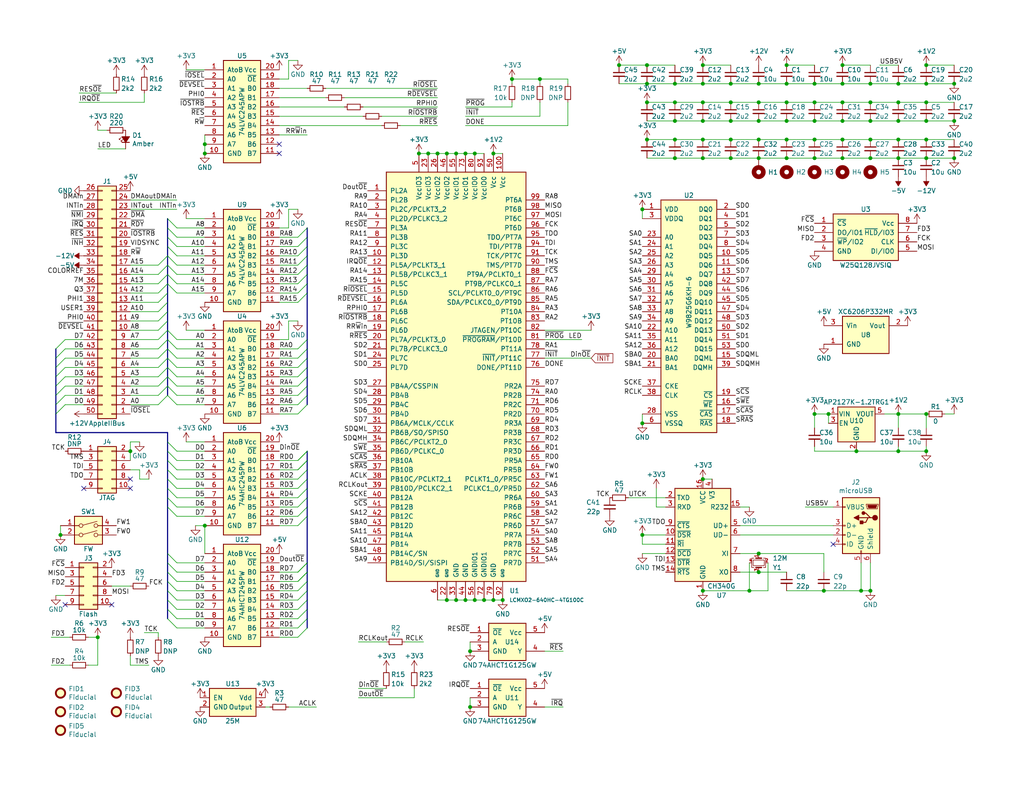
<source format=kicad_sch>
(kicad_sch (version 20230121) (generator eeschema)

  (uuid a29f8df0-3fae-4edf-8d9c-bd5a875b13e3)

  (paper "USLetter")

  (title_block
    (title "GR8RAM (GW4205B) - LCMXO2-640 / LCMXO2-1200")
    (date "2024-05-20")
    (rev "1.0")
    (company "Garrett's Workshop")
  )

  

  (junction (at 214.63 27.94) (diameter 0) (color 0 0 0 0)
    (uuid 022502e0-e724-4b75-bc35-3c5984dbeb76)
  )
  (junction (at 237.49 38.1) (diameter 0) (color 0 0 0 0)
    (uuid 02906903-531f-4284-99a4-4f72393687a1)
  )
  (junction (at 224.79 161.29) (diameter 0) (color 0 0 0 0)
    (uuid 0437abb6-6365-4357-8114-e2d537d2d6da)
  )
  (junction (at 214.63 17.78) (diameter 0) (color 0 0 0 0)
    (uuid 065b9982-55f2-4822-977e-07e8a06e7b35)
  )
  (junction (at 191.77 43.18) (diameter 0) (color 0 0 0 0)
    (uuid 09bbea88-8bd7-48ec-baae-1b4a9a11a40e)
  )
  (junction (at 207.01 151.13) (diameter 0) (color 0 0 0 0)
    (uuid 0a70b943-2fa3-44f1-a9b3-135884e77bbe)
  )
  (junction (at 128.27 193.04) (diameter 0) (color 0 0 0 0)
    (uuid 0c1c4bf2-ad38-424d-b397-78a2a50712de)
  )
  (junction (at 191.77 38.1) (diameter 0) (color 0 0 0 0)
    (uuid 0fb27e11-fde6-4a25-adbb-e9684771b369)
  )
  (junction (at 176.53 38.1) (diameter 0) (color 0 0 0 0)
    (uuid 0fb54504-e071-433c-b907-debdd7e06dbb)
  )
  (junction (at 184.15 33.02) (diameter 0) (color 0 0 0 0)
    (uuid 10804897-8051-4a12-9b89-db1ec1525e87)
  )
  (junction (at 229.87 38.1) (diameter 0) (color 0 0 0 0)
    (uuid 10b20c6b-8045-46d1-a965-0d7dd9a1b5fa)
  )
  (junction (at 191.77 33.02) (diameter 0) (color 0 0 0 0)
    (uuid 10dc8b81-0e79-4f5d-bb6c-434f63082b78)
  )
  (junction (at 176.53 27.94) (diameter 0) (color 0 0 0 0)
    (uuid 13153c59-a7e3-4093-88d8-f3fd0a68cdb2)
  )
  (junction (at 55.88 41.91) (diameter 0) (color 0 0 0 0)
    (uuid 1765d6b9-ca0e-49c2-8c3c-8ab35eb3909b)
  )
  (junction (at 252.73 17.78) (diameter 0) (color 0 0 0 0)
    (uuid 19bf9e2e-868b-4293-8c05-08ea270a2506)
  )
  (junction (at 237.49 22.86) (diameter 0) (color 0 0 0 0)
    (uuid 1bdf1324-ef7d-4f4d-9a41-28e9c858651e)
  )
  (junction (at 245.11 33.02) (diameter 0) (color 0 0 0 0)
    (uuid 1e44b557-46a8-49a6-bd8b-2970d111d2e3)
  )
  (junction (at 134.62 163.83) (diameter 0) (color 0 0 0 0)
    (uuid 20e5277b-a5e8-4eb4-a1be-51eb38a17baa)
  )
  (junction (at 121.92 163.83) (diameter 0) (color 0 0 0 0)
    (uuid 211de15d-a6d0-475b-b5c8-53f696fdcc1e)
  )
  (junction (at 245.11 123.19) (diameter 0) (color 0 0 0 0)
    (uuid 22204a20-8000-43a4-8a59-0c8fb5a490a1)
  )
  (junction (at 55.88 143.51) (diameter 0) (color 0 0 0 0)
    (uuid 2468a9d8-045a-4e06-aaef-5c853a157802)
  )
  (junction (at 214.63 38.1) (diameter 0) (color 0 0 0 0)
    (uuid 2a441f61-9bf6-402b-9f49-cde78512d59b)
  )
  (junction (at 127 41.91) (diameter 0) (color 0 0 0 0)
    (uuid 2bcf999d-cd8a-498d-8d5e-19519789ac8d)
  )
  (junction (at 260.35 33.02) (diameter 0) (color 0 0 0 0)
    (uuid 2daec3e6-c3ed-4fc0-9b25-938d9f33af02)
  )
  (junction (at 16.51 146.05) (diameter 0) (color 0 0 0 0)
    (uuid 2dc66f7e-d85d-4081-ae71-fd8851d6aeda)
  )
  (junction (at 147.32 21.59) (diameter 0) (color 0 0 0 0)
    (uuid 308e3432-1c57-47be-87dd-da0d0866399c)
  )
  (junction (at 245.11 27.94) (diameter 0) (color 0 0 0 0)
    (uuid 34ce7009-187e-4541-a14e-708b3a2903d9)
  )
  (junction (at 245.11 38.1) (diameter 0) (color 0 0 0 0)
    (uuid 3656bb3f-f8a4-4f3a-8e9a-ec6203c87a56)
  )
  (junction (at 184.15 27.94) (diameter 0) (color 0 0 0 0)
    (uuid 3f33461e-6a88-45fa-a39f-cc641394734b)
  )
  (junction (at 237.49 27.94) (diameter 0) (color 0 0 0 0)
    (uuid 3fa05934-8ad1-40a9-af5c-98ad298eb412)
  )
  (junction (at 207.01 22.86) (diameter 0) (color 0 0 0 0)
    (uuid 4fdee335-b6df-4cd6-990a-be6774a4f35f)
  )
  (junction (at 139.7 21.59) (diameter 0) (color 0 0 0 0)
    (uuid 50313af7-29fc-4aa3-b727-6efa33193871)
  )
  (junction (at 35.56 123.19) (diameter 0) (color 0 0 0 0)
    (uuid 54995369-ee78-42ef-b356-18a8920616da)
  )
  (junction (at 184.15 38.1) (diameter 0) (color 0 0 0 0)
    (uuid 5770763d-6825-49a2-8bcf-06540091cf7a)
  )
  (junction (at 119.38 41.91) (diameter 0) (color 0 0 0 0)
    (uuid 6264f1c1-98f2-4022-bb4e-2eb48e53f778)
  )
  (junction (at 207.01 33.02) (diameter 0) (color 0 0 0 0)
    (uuid 66ca01b3-51ff-4294-9b77-4492e98f6aec)
  )
  (junction (at 127 163.83) (diameter 0) (color 0 0 0 0)
    (uuid 6865c684-cff7-4cd8-9885-f3b7458ab569)
  )
  (junction (at 26.67 173.99) (diameter 0) (color 0 0 0 0)
    (uuid 6a61ffb9-4481-40f5-a4be-b3d72cc466e2)
  )
  (junction (at 252.73 43.18) (diameter 0) (color 0 0 0 0)
    (uuid 6c183445-4d30-455d-a1f5-539b79d4b5cb)
  )
  (junction (at 134.62 41.91) (diameter 0) (color 0 0 0 0)
    (uuid 6d36ff47-85d2-4bbd-aa61-88d3f31df400)
  )
  (junction (at 199.39 27.94) (diameter 0) (color 0 0 0 0)
    (uuid 7274c82d-0cb9-47de-b093-7d848f491410)
  )
  (junction (at 233.68 123.19) (diameter 0) (color 0 0 0 0)
    (uuid 7a1644f4-da52-40f4-a904-03a98db62f09)
  )
  (junction (at 252.73 33.02) (diameter 0) (color 0 0 0 0)
    (uuid 7b4762e7-77bb-481d-ba04-f793e0a6abf3)
  )
  (junction (at 252.73 113.03) (diameter 0) (color 0 0 0 0)
    (uuid 7d204f5b-eb71-4af6-ba55-6e1706ad30fe)
  )
  (junction (at 229.87 22.86) (diameter 0) (color 0 0 0 0)
    (uuid 80c4f615-fe06-4055-b547-a67fd424538a)
  )
  (junction (at 204.47 161.29) (diameter 0) (color 0 0 0 0)
    (uuid 866cc9f6-1cc4-4653-a8be-a297f477827a)
  )
  (junction (at 237.49 33.02) (diameter 0) (color 0 0 0 0)
    (uuid 87ba184f-bff5-4989-8217-6af375cc3dd8)
  )
  (junction (at 121.92 41.91) (diameter 0) (color 0 0 0 0)
    (uuid 87eb8d1f-fcc7-4edf-99c5-8cb37abd6407)
  )
  (junction (at 55.88 39.37) (diameter 0) (color 0 0 0 0)
    (uuid 8ade7975-64a0-440a-8545-11958836bf48)
  )
  (junction (at 214.63 33.02) (diameter 0) (color 0 0 0 0)
    (uuid 8b3ba7fc-20b6-43c4-a020-80151e1caecc)
  )
  (junction (at 199.39 43.18) (diameter 0) (color 0 0 0 0)
    (uuid 8b963561-586b-4575-b721-87e7914602c6)
  )
  (junction (at 245.11 113.03) (diameter 0) (color 0 0 0 0)
    (uuid 8c0f88b5-303f-40ca-95f8-f7522d83656d)
  )
  (junction (at 191.77 161.29) (diameter 0) (color 0 0 0 0)
    (uuid 8f2d4a89-4dd2-451a-bd91-d067e91384e0)
  )
  (junction (at 175.26 57.15) (diameter 0) (color 0 0 0 0)
    (uuid 8fc062a7-114d-48eb-a8f8-71128838f380)
  )
  (junction (at 207.01 38.1) (diameter 0) (color 0 0 0 0)
    (uuid 90dcd4ff-861c-4f35-aa5f-4ec5fa685df6)
  )
  (junction (at 222.25 113.03) (diameter 0) (color 0 0 0 0)
    (uuid 93a559c8-97da-47c1-8d23-6dd7282fc30c)
  )
  (junction (at 132.08 163.83) (diameter 0) (color 0 0 0 0)
    (uuid 9559df4d-9461-4aa3-a3ab-5490816fb124)
  )
  (junction (at 191.77 130.81) (diameter 0) (color 0 0 0 0)
    (uuid 9596e4bc-977c-4247-b1d9-05bbfb34ae02)
  )
  (junction (at 129.54 41.91) (diameter 0) (color 0 0 0 0)
    (uuid 989202af-2a47-4f31-8922-d0a9db7ba97f)
  )
  (junction (at 229.87 33.02) (diameter 0) (color 0 0 0 0)
    (uuid 9e2492fd-e074-42db-8129-fe39460dc1e0)
  )
  (junction (at 237.49 43.18) (diameter 0) (color 0 0 0 0)
    (uuid a2eefd7b-6d7e-4369-929c-af4c7c384981)
  )
  (junction (at 176.53 22.86) (diameter 0) (color 0 0 0 0)
    (uuid aadbfc74-fd2b-4970-a3f7-559fddf6b340)
  )
  (junction (at 168.91 17.78) (diameter 0) (color 0 0 0 0)
    (uuid ac41cded-e57b-43ef-9eb8-d7cee1f42c9d)
  )
  (junction (at 229.87 27.94) (diameter 0) (color 0 0 0 0)
    (uuid ad123c82-8eb5-42a4-a6e6-a5a116411fdd)
  )
  (junction (at 222.25 33.02) (diameter 0) (color 0 0 0 0)
    (uuid af758230-288a-4391-86a3-c580acfdea4c)
  )
  (junction (at 191.77 22.86) (diameter 0) (color 0 0 0 0)
    (uuid afa97180-1a7d-40b6-9538-c57db367999a)
  )
  (junction (at 207.01 156.21) (diameter 0) (color 0 0 0 0)
    (uuid b5ad0d15-22b6-477a-ac91-25ad942c21db)
  )
  (junction (at 199.39 22.86) (diameter 0) (color 0 0 0 0)
    (uuid b66b83a0-313f-4b03-b851-c6e9577a6eb7)
  )
  (junction (at 128.27 177.8) (diameter 0) (color 0 0 0 0)
    (uuid b794d099-f823-4d35-9755-ca1c45247ee9)
  )
  (junction (at 199.39 38.1) (diameter 0) (color 0 0 0 0)
    (uuid b8c8c7a1-d546-4878-9de9-463ec76dff98)
  )
  (junction (at 252.73 27.94) (diameter 0) (color 0 0 0 0)
    (uuid c593491c-ec91-4b5b-beac-1de90725bd7b)
  )
  (junction (at 229.87 17.78) (diameter 0) (color 0 0 0 0)
    (uuid c693a515-8093-4d5b-b9bf-334dff5f7b83)
  )
  (junction (at 184.15 43.18) (diameter 0) (color 0 0 0 0)
    (uuid c8c216aa-7768-49e6-bff2-36ed2c91e3f6)
  )
  (junction (at 222.25 27.94) (diameter 0) (color 0 0 0 0)
    (uuid cb02d036-232b-4d6d-b0b4-961f78cb5e70)
  )
  (junction (at 114.3 41.91) (diameter 0) (color 0 0 0 0)
    (uuid cba3fca6-48f0-4345-a5f0-9bfa029d8fc8)
  )
  (junction (at 252.73 38.1) (diameter 0) (color 0 0 0 0)
    (uuid ccf2d526-7f49-4fa6-8853-ec3252fef3bf)
  )
  (junction (at 214.63 22.86) (diameter 0) (color 0 0 0 0)
    (uuid cd17f08e-5cba-4621-8cc4-973929772807)
  )
  (junction (at 214.63 43.18) (diameter 0) (color 0 0 0 0)
    (uuid ce7b5210-765d-4855-bbb3-0ef10b97e821)
  )
  (junction (at 175.26 115.57) (diameter 0) (color 0 0 0 0)
    (uuid d0cd3439-276c-41ba-b38d-f84f6da38415)
  )
  (junction (at 260.35 22.86) (diameter 0) (color 0 0 0 0)
    (uuid d33675b9-acfc-4edc-92d2-0b105a57b19c)
  )
  (junction (at 222.25 22.86) (diameter 0) (color 0 0 0 0)
    (uuid d3798a45-8d5c-4a00-80c5-1899f3fffe6b)
  )
  (junction (at 207.01 27.94) (diameter 0) (color 0 0 0 0)
    (uuid d655bb0a-cbf9-4908-ad60-7024ff468fbd)
  )
  (junction (at 175.26 146.05) (diameter 0) (color 0 0 0 0)
    (uuid d9127ed4-2057-4a37-99d9-9564ed19e399)
  )
  (junction (at 252.73 22.86) (diameter 0) (color 0 0 0 0)
    (uuid d92ed510-2589-4d95-9734-272280536f73)
  )
  (junction (at 237.49 161.29) (diameter 0) (color 0 0 0 0)
    (uuid dbe1786c-b436-42a5-bdc9-1895b4d52a4e)
  )
  (junction (at 191.77 27.94) (diameter 0) (color 0 0 0 0)
    (uuid dbfc7e42-552a-4494-a451-c4ef6ddc5ed3)
  )
  (junction (at 245.11 22.86) (diameter 0) (color 0 0 0 0)
    (uuid dcfaa9a0-4311-418d-9bec-92db07477d76)
  )
  (junction (at 234.95 161.29) (diameter 0) (color 0 0 0 0)
    (uuid dda9c0b0-306f-4179-9160-4e642a3320f3)
  )
  (junction (at 199.39 33.02) (diameter 0) (color 0 0 0 0)
    (uuid de552ae9-cde6-4643-8cc7-9de2579dadae)
  )
  (junction (at 184.15 22.86) (diameter 0) (color 0 0 0 0)
    (uuid e3506e1c-8348-4de3-924e-466459c15838)
  )
  (junction (at 176.53 17.78) (diameter 0) (color 0 0 0 0)
    (uuid e5623370-8c36-40dc-a32f-38bfc25e52ab)
  )
  (junction (at 124.46 163.83) (diameter 0) (color 0 0 0 0)
    (uuid e580c1d1-f2af-469d-80f9-7abdf4efbba9)
  )
  (junction (at 260.35 43.18) (diameter 0) (color 0 0 0 0)
    (uuid e778072e-d6a9-4b06-b15a-c71e5351616b)
  )
  (junction (at 129.54 163.83) (diameter 0) (color 0 0 0 0)
    (uuid e8c43b12-b522-4a2e-a649-33387367b86a)
  )
  (junction (at 245.11 43.18) (diameter 0) (color 0 0 0 0)
    (uuid eb6a726e-fed9-4891-95fa-b4d4a5f77b35)
  )
  (junction (at 207.01 43.18) (diameter 0) (color 0 0 0 0)
    (uuid ec8da9e3-49a5-4279-9d3a-5934986ee18c)
  )
  (junction (at 191.77 17.78) (diameter 0) (color 0 0 0 0)
    (uuid eccc3abe-9722-44b0-82d1-fe2f045a438f)
  )
  (junction (at 226.06 113.03) (diameter 0) (color 0 0 0 0)
    (uuid f3d50286-4863-4fab-abb9-554b94f7e8b5)
  )
  (junction (at 222.25 38.1) (diameter 0) (color 0 0 0 0)
    (uuid f503ea07-bcf1-4924-930a-6f7e9cd312f8)
  )
  (junction (at 229.87 43.18) (diameter 0) (color 0 0 0 0)
    (uuid f6a3288e-9575-42bb-af05-a920d59aded8)
  )
  (junction (at 116.84 41.91) (diameter 0) (color 0 0 0 0)
    (uuid f8be3ae0-f203-407b-88fc-3e8cd7f35e13)
  )
  (junction (at 124.46 41.91) (diameter 0) (color 0 0 0 0)
    (uuid fc7f7ed1-d3cc-4297-9d8c-9f9b979b195e)
  )
  (junction (at 252.73 123.19) (diameter 0) (color 0 0 0 0)
    (uuid fd8eb6bb-387a-460f-b161-b4dab6d472d0)
  )
  (junction (at 222.25 43.18) (diameter 0) (color 0 0 0 0)
    (uuid fe6d9604-2924-4f38-950b-a31e8a281973)
  )
  (junction (at 137.16 163.83) (diameter 0) (color 0 0 0 0)
    (uuid ffab4730-6c32-4f0d-811a-1bdfadf8a9ae)
  )

  (no_connect (at 17.78 165.1) (uuid 015f5586-ba76-4a98-9114-f5cd2c67134d))
  (no_connect (at 227.33 148.59) (uuid 0aec6fd3-b203-40c6-abfd-574b16ddc913))
  (no_connect (at 22.86 133.35) (uuid 1cb22080-0f59-4c18-a6e6-8685ef44ec53))
  (no_connect (at 76.2 41.91) (uuid 341dde39-440e-4d05-8def-6a5cecefd88c))
  (no_connect (at 30.48 165.1) (uuid 541721d1-074b-496e-a833-813044b3e8ca))
  (no_connect (at 35.56 130.81) (uuid 8bdea5f6-7a53-427a-92b8-fd15994c2e8c))
  (no_connect (at 35.56 133.35) (uuid a599509f-fbb9-4db4-9adf-9e96bab1138d))
  (no_connect (at 76.2 39.37) (uuid e7893166-2c2c-41b4-bd84-76ebc2e06551))

  (bus_entry (at 83.82 77.47) (size -2.54 2.54)
    (stroke (width 0) (type default))
    (uuid 008da5b9-6f95-4113-b7d0-d93ac62efd33)
  )
  (bus_entry (at 45.72 80.01) (size -2.54 2.54)
    (stroke (width 0) (type default))
    (uuid 009b5465-0a65-4237-93e7-eb65321eeb18)
  )
  (bus_entry (at 45.72 82.55) (size -2.54 2.54)
    (stroke (width 0) (type default))
    (uuid 00f3ea8b-8a54-4e56-84ff-d98f6c00496c)
  )
  (bus_entry (at 15.24 97.79) (size 2.54 -2.54)
    (stroke (width 0) (type default))
    (uuid 014d13cd-26ad-4d0e-86ad-a43b541cab14)
  )
  (bus_entry (at 81.28 100.33) (size 2.54 -2.54)
    (stroke (width 0) (type default))
    (uuid 04cf2f2c-74bf-400d-b4f6-201720df00ed)
  )
  (bus_entry (at 48.26 110.49) (size -2.54 -2.54)
    (stroke (width 0) (type default))
    (uuid 0a1a4d88-972a-46ce-b25e-6cb796bd41f7)
  )
  (bus_entry (at 81.28 140.97) (size 2.54 -2.54)
    (stroke (width 0) (type default))
    (uuid 0ceb97d6-1b0f-4b71-921e-b0955c30c998)
  )
  (bus_entry (at 83.82 64.77) (size -2.54 2.54)
    (stroke (width 0) (type default))
    (uuid 0fafc6b9-fd35-4a55-9270-7a8e7ce3cb13)
  )
  (bus_entry (at 45.72 156.21) (size 2.54 2.54)
    (stroke (width 0) (type default))
    (uuid 105da47c-5c6c-41aa-90f4-6c817e621cec)
  )
  (bus_entry (at 45.72 168.91) (size 2.54 2.54)
    (stroke (width 0) (type default))
    (uuid 108a67e6-fb8b-4ab8-8ee1-db9cee43c7db)
  )
  (bus_entry (at 45.72 97.79) (size -2.54 2.54)
    (stroke (width 0) (type default))
    (uuid 1199146e-a60b-416a-b503-e77d6d2892f9)
  )
  (bus_entry (at 81.28 143.51) (size 2.54 -2.54)
    (stroke (width 0) (type default))
    (uuid 1241b7f2-e266-4f5c-8a97-9f0f9d0eef37)
  )
  (bus_entry (at 81.28 128.27) (size 2.54 -2.54)
    (stroke (width 0) (type default))
    (uuid 18c61c95-8af1-4986-b67e-c7af9c15ab6b)
  )
  (bus_entry (at 45.72 123.19) (size 2.54 2.54)
    (stroke (width 0) (type default))
    (uuid 18d11f32-e1a6-4f29-8e3c-0bfeb07299bd)
  )
  (bus_entry (at 81.28 97.79) (size 2.54 -2.54)
    (stroke (width 0) (type default))
    (uuid 1bdd5841-68b7-42e2-9447-cbdb608d8a08)
  )
  (bus_entry (at 45.72 77.47) (size -2.54 2.54)
    (stroke (width 0) (type default))
    (uuid 221bef83-3ea7-4d3f-adeb-53a8a07c6273)
  )
  (bus_entry (at 83.82 67.31) (size -2.54 2.54)
    (stroke (width 0) (type default))
    (uuid 27b2eb82-662b-42d8-90e6-830fec4bb8d2)
  )
  (bus_entry (at 81.28 105.41) (size 2.54 -2.54)
    (stroke (width 0) (type default))
    (uuid 2878a73c-5447-4cd9-8194-14f52ab9459c)
  )
  (bus_entry (at 45.72 72.39) (size 2.54 2.54)
    (stroke (width 0) (type default))
    (uuid 29bb7297-26fb-4776-9266-2355d022bab0)
  )
  (bus_entry (at 48.26 95.25) (size -2.54 -2.54)
    (stroke (width 0) (type default))
    (uuid 30c33e3e-fb78-498d-bffe-76273d527004)
  )
  (bus_entry (at 45.72 163.83) (size 2.54 2.54)
    (stroke (width 0) (type default))
    (uuid 31c52988-d21c-471c-87d4-c7c992fea756)
  )
  (bus_entry (at 81.28 133.35) (size 2.54 -2.54)
    (stroke (width 0) (type default))
    (uuid 35ef9c4a-35f6-467b-a704-b1d9354880cf)
  )
  (bus_entry (at 45.72 77.47) (size 2.54 2.54)
    (stroke (width 0) (type default))
    (uuid 36d783e7-096f-4c97-9672-7e08c083b87b)
  )
  (bus_entry (at 15.24 107.95) (size 2.54 -2.54)
    (stroke (width 0) (type default))
    (uuid 443bc73a-8dc0-4e2f-a292-a5eff00efa5b)
  )
  (bus_entry (at 81.28 107.95) (size 2.54 -2.54)
    (stroke (width 0) (type default))
    (uuid 44646447-0a8e-4aec-a74e-22bf765d0f33)
  )
  (bus_entry (at 81.28 173.99) (size 2.54 -2.54)
    (stroke (width 0) (type default))
    (uuid 46c00e8f-d3d6-4dcc-812b-9e3f0bf72e27)
  )
  (bus_entry (at 45.72 107.95) (size -2.54 2.54)
    (stroke (width 0) (type default))
    (uuid 477892a1-722e-4cda-bb6c-fcdb8ba5f93e)
  )
  (bus_entry (at 45.72 102.87) (size -2.54 2.54)
    (stroke (width 0) (type default))
    (uuid 479331ff-c540-41f4-84e6-b48d65171e59)
  )
  (bus_entry (at 45.72 153.67) (size 2.54 2.54)
    (stroke (width 0) (type default))
    (uuid 4abe4bd4-7218-4e59-ba8c-15b6a1b8d060)
  )
  (bus_entry (at 45.72 72.39) (size -2.54 2.54)
    (stroke (width 0) (type default))
    (uuid 4ba06b66-7669-4c70-b585-f5d4c9c33527)
  )
  (bus_entry (at 45.72 64.77) (size 2.54 2.54)
    (stroke (width 0) (type default))
    (uuid 4c843bdb-6c9e-40dd-85e2-0567846e18ba)
  )
  (bus_entry (at 45.72 85.09) (size -2.54 2.54)
    (stroke (width 0) (type default))
    (uuid 4d586a18-26c5-441e-a9ff-8125ee516126)
  )
  (bus_entry (at 81.28 158.75) (size 2.54 -2.54)
    (stroke (width 0) (type default))
    (uuid 4dc9aa30-df58-4420-b0e2-d5162c5d3fb5)
  )
  (bus_entry (at 81.28 128.27) (size 2.54 -2.54)
    (stroke (width 0) (type default))
    (uuid 4e27930e-1827-4788-aa6b-487321d46602)
  )
  (bus_entry (at 45.72 161.29) (size 2.54 2.54)
    (stroke (width 0) (type default))
    (uuid 4f43d1af-3d98-46aa-a62f-1418edbe0428)
  )
  (bus_entry (at 81.28 166.37) (size 2.54 -2.54)
    (stroke (width 0) (type default))
    (uuid 55ad350b-eb92-4e6e-b89f-a329b6e11db2)
  )
  (bus_entry (at 48.26 102.87) (size -2.54 -2.54)
    (stroke (width 0) (type default))
    (uuid 57276367-9ce4-4738-88d7-6e8cb94c966c)
  )
  (bus_entry (at 48.26 97.79) (size -2.54 -2.54)
    (stroke (width 0) (type default))
    (uuid 5b0a5a46-7b51-4262-a80e-d33dd1806615)
  )
  (bus_entry (at 83.82 74.93) (size -2.54 2.54)
    (stroke (width 0) (type default))
    (uuid 5d3d7893-1d11-4f1d-9052-85cf0e07d281)
  )
  (bus_entry (at 45.72 59.69) (size 2.54 2.54)
    (stroke (width 0) (type default))
    (uuid 60aa0ce8-9d0e-48ca-bbf9-866403979e9b)
  )
  (bus_entry (at 45.72 95.25) (size -2.54 2.54)
    (stroke (width 0) (type default))
    (uuid 60ff6322-62e2-4602-9bc0-7a0f0a5ecfbf)
  )
  (bus_entry (at 81.28 125.73) (size 2.54 -2.54)
    (stroke (width 0) (type default))
    (uuid 6241e6d3-a754-45b6-9f7c-e43019b93226)
  )
  (bus_entry (at 45.72 120.65) (size 2.54 2.54)
    (stroke (width 0) (type default))
    (uuid 6325c32f-c82a-4357-b022-f9c7e76f412e)
  )
  (bus_entry (at 15.24 102.87) (size 2.54 -2.54)
    (stroke (width 0) (type default))
    (uuid 633292d3-80c5-4986-be82-ce926e9f09f4)
  )
  (bus_entry (at 83.82 92.71) (size -2.54 2.54)
    (stroke (width 0) (type default))
    (uuid 63c56ea4-91a3-4172-b9de-a4388cc8f894)
  )
  (bus_entry (at 81.28 168.91) (size 2.54 -2.54)
    (stroke (width 0) (type default))
    (uuid 6541fa38-0e41-4c98-ad32-14bc8c630bfa)
  )
  (bus_entry (at 83.82 62.23) (size -2.54 2.54)
    (stroke (width 0) (type default))
    (uuid 66218487-e316-4467-9eba-79d4626ab24e)
  )
  (bus_entry (at 45.72 130.81) (size 2.54 2.54)
    (stroke (width 0) (type default))
    (uuid 6afc19cf-38b4-47a3-bc2b-445b18724310)
  )
  (bus_entry (at 45.72 62.23) (size 2.54 2.54)
    (stroke (width 0) (type default))
    (uuid 6ffdf05e-e119-49f9-85e9-13e4901df42a)
  )
  (bus_entry (at 45.72 67.31) (size 2.54 2.54)
    (stroke (width 0) (type default))
    (uuid 72b36951-3ec7-4569-9c88-cf9b4afe1cae)
  )
  (bus_entry (at 15.24 100.33) (size 2.54 -2.54)
    (stroke (width 0) (type default))
    (uuid 7744b6ee-910d-401d-b730-65c35d3d8092)
  )
  (bus_entry (at 83.82 72.39) (size -2.54 2.54)
    (stroke (width 0) (type default))
    (uuid 79476267-290e-445f-995b-0afd0e11a4b5)
  )
  (bus_entry (at 15.24 113.03) (size 2.54 -2.54)
    (stroke (width 0) (type default))
    (uuid 83021f70-e61e-4ad3-bae7-b9f02b28be4f)
  )
  (bus_entry (at 45.72 128.27) (size 2.54 2.54)
    (stroke (width 0) (type default))
    (uuid 84d296ba-3d39-4264-ad19-947f90c54396)
  )
  (bus_entry (at 45.72 166.37) (size 2.54 2.54)
    (stroke (width 0) (type default))
    (uuid 874da5cb-ce33-4383-8816-4b558ee9b58a)
  )
  (bus_entry (at 81.28 156.21) (size 2.54 -2.54)
    (stroke (width 0) (type default))
    (uuid 8851736d-89fa-4e62-a9c6-37e52ac38ddf)
  )
  (bus_entry (at 83.82 69.85) (size -2.54 2.54)
    (stroke (width 0) (type default))
    (uuid 8b290a17-6328-4178-9131-29524d345539)
  )
  (bus_entry (at 81.28 163.83) (size 2.54 -2.54)
    (stroke (width 0) (type default))
    (uuid 8f65c21d-3ed3-4911-931d-96850fde57ab)
  )
  (bus_entry (at 81.28 171.45) (size 2.54 -2.54)
    (stroke (width 0) (type default))
    (uuid 9175a5f7-31a3-48f6-ba52-e2c79b38ee9d)
  )
  (bus_entry (at 45.72 87.63) (size -2.54 2.54)
    (stroke (width 0) (type default))
    (uuid 9186fd02-f30d-4e17-aa38-378ab73e3908)
  )
  (bus_entry (at 81.28 102.87) (size 2.54 -2.54)
    (stroke (width 0) (type default))
    (uuid 955cc99e-a129-42cf-abc7-aa99813fdb5f)
  )
  (bus_entry (at 15.24 95.25) (size 2.54 -2.54)
    (stroke (width 0) (type default))
    (uuid a25b7e01-1754-4cc9-8a14-3d9c461e5af5)
  )
  (bus_entry (at 81.28 158.75) (size 2.54 -2.54)
    (stroke (width 0) (type default))
    (uuid a3fce47f-e083-4905-aa8a-cc22bbd3c60a)
  )
  (bus_entry (at 81.28 156.21) (size 2.54 -2.54)
    (stroke (width 0) (type default))
    (uuid a5f7b8c9-8140-42be-b5f8-0be9ed9c3434)
  )
  (bus_entry (at 81.28 138.43) (size 2.54 -2.54)
    (stroke (width 0) (type default))
    (uuid a7f25f41-0b4c-4430-b6cd-b2160b2db099)
  )
  (bus_entry (at 45.72 125.73) (size 2.54 2.54)
    (stroke (width 0) (type default))
    (uuid a90361cd-254c-4d27-ae1f-9a6c85bafe28)
  )
  (bus_entry (at 45.72 90.17) (size -2.54 2.54)
    (stroke (width 0) (type default))
    (uuid aa130053-a451-4f12-97f7-3d4d891a5f83)
  )
  (bus_entry (at 83.82 80.01) (size -2.54 2.54)
    (stroke (width 0) (type default))
    (uuid aeb03be9-98f0-43f6-9432-1bb35aa04bab)
  )
  (bus_entry (at 45.72 105.41) (size -2.54 2.54)
    (stroke (width 0) (type default))
    (uuid b09666f9-12f1-4ee9-8877-2292c94258ca)
  )
  (bus_entry (at 45.72 74.93) (size -2.54 2.54)
    (stroke (width 0) (type default))
    (uuid b52d6ff3-fef1-496e-8dd5-ebb89b6bce6a)
  )
  (bus_entry (at 81.28 135.89) (size 2.54 -2.54)
    (stroke (width 0) (type default))
    (uuid b8b961e9-8a60-45fc-999a-a7a3baff4e0d)
  )
  (bus_entry (at 45.72 69.85) (size -2.54 2.54)
    (stroke (width 0) (type default))
    (uuid bc0dbc57-3ae8-4ce5-a05c-2d6003bba475)
  )
  (bus_entry (at 48.26 105.41) (size -2.54 -2.54)
    (stroke (width 0) (type default))
    (uuid bdf40d30-88ff-4479-bad1-69529464b61b)
  )
  (bus_entry (at 45.72 151.13) (size 2.54 2.54)
    (stroke (width 0) (type default))
    (uuid c1fd87b2-02a9-4b95-a802-07c37886ff79)
  )
  (bus_entry (at 81.28 113.03) (size 2.54 -2.54)
    (stroke (width 0) (type default))
    (uuid c25449d6-d734-4953-b762-98f82a830248)
  )
  (bus_entry (at 48.26 92.71) (size -2.54 -2.54)
    (stroke (width 0) (type default))
    (uuid c3b3d7f4-943f-4cff-b180-87ef3e1bcbff)
  )
  (bus_entry (at 81.28 130.81) (size 2.54 -2.54)
    (stroke (width 0) (type default))
    (uuid c8a44971-63c1-4a19-879d-b6647b2dc08d)
  )
  (bus_entry (at 45.72 138.43) (size 2.54 2.54)
    (stroke (width 0) (type default))
    (uuid c8a7af6e-c432-4fa3-91ee-c8bf0c5a9ebe)
  )
  (bus_entry (at 48.26 107.95) (size -2.54 -2.54)
    (stroke (width 0) (type default))
    (uuid c9b9e62d-dede-4d1a-9a05-275614f8bdb2)
  )
  (bus_entry (at 45.72 74.93) (size 2.54 2.54)
    (stroke (width 0) (type default))
    (uuid cb6062da-8dcd-4826-92fd-4071e9e97213)
  )
  (bus_entry (at 45.72 100.33) (size -2.54 2.54)
    (stroke (width 0) (type default))
    (uuid cc15f583-a41b-43af-ba94-a75455506a96)
  )
  (bus_entry (at 15.24 110.49) (size 2.54 -2.54)
    (stroke (width 0) (type default))
    (uuid cc75e5ae-3348-4e7a-bd16-4df685ee47bd)
  )
  (bus_entry (at 45.72 135.89) (size 2.54 2.54)
    (stroke (width 0) (type default))
    (uuid d01102e9-b170-4eb1-a0a4-9a31feb850b7)
  )
  (bus_entry (at 81.28 110.49) (size 2.54 -2.54)
    (stroke (width 0) (type default))
    (uuid d7e4abd8-69f5-4706-b12e-898194e5bf56)
  )
  (bus_entry (at 15.24 105.41) (size 2.54 -2.54)
    (stroke (width 0) (type default))
    (uuid dda1e6ca-91ec-4136-b90b-3c54d79454b9)
  )
  (bus_entry (at 45.72 158.75) (size 2.54 2.54)
    (stroke (width 0) (type default))
    (uuid e4391a72-3ea7-4267-ba65-713115e4ff22)
  )
  (bus_entry (at 48.26 100.33) (size -2.54 -2.54)
    (stroke (width 0) (type default))
    (uuid e5217a0c-7f55-4c30-adda-7f8d95709d1b)
  )
  (bus_entry (at 81.28 161.29) (size 2.54 -2.54)
    (stroke (width 0) (type default))
    (uuid e6f41cc6-1e16-47f2-b5a2-edf32f8c7156)
  )
  (bus_entry (at 45.72 92.71) (size -2.54 2.54)
    (stroke (width 0) (type default))
    (uuid e7369115-d491-4ef3-be3d-f5298992c3e8)
  )
  (bus_entry (at 45.72 69.85) (size 2.54 2.54)
    (stroke (width 0) (type default))
    (uuid eb8d02e9-145c-465d-b6a8-bae84d47a94b)
  )
  (bus_entry (at 81.28 125.73) (size 2.54 -2.54)
    (stroke (width 0) (type default))
    (uuid f357ddb5-3f44-43b0-b00d-d64f5c62ba4a)
  )
  (bus_entry (at 45.72 133.35) (size 2.54 2.54)
    (stroke (width 0) (type default))
    (uuid fe14c012-3d58-4e5e-9a37-4b9765a7f764)
  )

  (wire (pts (xy 245.11 116.84) (xy 245.11 113.03))
    (stroke (width 0) (type default))
    (uuid 0008c943-3dd6-4a01-96aa-0394a71c6a7b)
  )
  (wire (pts (xy 175.26 115.57) (xy 175.26 113.03))
    (stroke (width 0) (type default))
    (uuid 00e38d63-5436-49db-81f5-697421f168fc)
  )
  (wire (pts (xy 48.26 64.77) (xy 55.88 64.77))
    (stroke (width 0) (type default))
    (uuid 011ee658-718d-416a-85fd-961729cd1ee5)
  )
  (wire (pts (xy 234.95 161.29) (xy 224.79 161.29))
    (stroke (width 0) (type default))
    (uuid 012317a0-a7f6-48c1-9cec-ba02741e5149)
  )
  (wire (pts (xy 175.26 151.13) (xy 181.61 151.13))
    (stroke (width 0) (type default))
    (uuid 03c28709-452b-41bb-8209-ee7ff5f7e12d)
  )
  (wire (pts (xy 214.63 17.78) (xy 222.25 17.78))
    (stroke (width 0) (type default))
    (uuid 046ca2d8-3ca1-4c64-8090-c45e9adcf30e)
  )
  (wire (pts (xy 34.29 40.64) (xy 26.67 40.64))
    (stroke (width 0) (type default))
    (uuid 048bfd7b-b154-46f8-ae02-f508026d6a38)
  )
  (wire (pts (xy 39.37 25.4) (xy 39.37 27.94))
    (stroke (width 0) (type default))
    (uuid 050d5041-75ed-4f73-97bb-8f38dab85f59)
  )
  (wire (pts (xy 35.56 102.87) (xy 43.18 102.87))
    (stroke (width 0) (type default))
    (uuid 0520f61d-4522-4301-a3fa-8ed0bf060f69)
  )
  (wire (pts (xy 43.18 172.72) (xy 39.37 172.72))
    (stroke (width 0) (type default))
    (uuid 0554bea0-89b2-4e25-9ea3-4c73921c94cb)
  )
  (bus (pts (xy 45.72 102.87) (xy 45.72 105.41))
    (stroke (width 0) (type default))
    (uuid 06aa4d63-54fd-4ea9-bc14-d46ce29463e8)
  )

  (wire (pts (xy 13.97 181.61) (xy 19.05 181.61))
    (stroke (width 0) (type default))
    (uuid 074cd8c5-45d2-48a0-908b-0c1a4ca96a27)
  )
  (wire (pts (xy 222.25 43.18) (xy 229.87 43.18))
    (stroke (width 0) (type default))
    (uuid 082aed28-f9e8-49e7-96ee-b5aa9f0319c7)
  )
  (bus (pts (xy 83.82 80.01) (xy 83.82 92.71))
    (stroke (width 0) (type default))
    (uuid 09021c9d-fb5f-49e1-ba7c-c21435e561a6)
  )

  (wire (pts (xy 76.2 29.21) (xy 93.98 29.21))
    (stroke (width 0) (type default))
    (uuid 0977298e-d760-4cd0-9bd4-60b3122ba3aa)
  )
  (wire (pts (xy 237.49 153.67) (xy 237.49 161.29))
    (stroke (width 0) (type default))
    (uuid 0beb6602-b993-47d2-88a4-0194904b3286)
  )
  (wire (pts (xy 121.92 41.91) (xy 124.46 41.91))
    (stroke (width 0) (type default))
    (uuid 0c61f4d7-6c32-4738-bdcf-607d90c6cd78)
  )
  (wire (pts (xy 17.78 95.25) (xy 22.86 95.25))
    (stroke (width 0) (type default))
    (uuid 0cbeb329-a88d-4a47-a5c2-a1d693de2f8c)
  )
  (bus (pts (xy 45.72 95.25) (xy 45.72 97.79))
    (stroke (width 0) (type default))
    (uuid 0db3a4ae-3ea3-4c7e-8e92-2deac5406ee4)
  )
  (bus (pts (xy 83.82 69.85) (xy 83.82 72.39))
    (stroke (width 0) (type default))
    (uuid 0e1dff80-5beb-4f26-bd8b-beb7d6138194)
  )
  (bus (pts (xy 45.72 100.33) (xy 45.72 102.87))
    (stroke (width 0) (type default))
    (uuid 0e827e9d-19d0-4830-adee-e829669aa4c6)
  )
  (bus (pts (xy 15.24 113.03) (xy 15.24 118.11))
    (stroke (width 0) (type default))
    (uuid 0fa50f25-2088-41a0-bcf9-363465cb9c86)
  )
  (bus (pts (xy 83.82 163.83) (xy 83.82 166.37))
    (stroke (width 0) (type default))
    (uuid 0ff30fba-30a2-4089-a46d-d7ba202c4e7e)
  )

  (wire (pts (xy 76.2 143.51) (xy 81.28 143.51))
    (stroke (width 0) (type default))
    (uuid 12a24e86-2c38-4685-bba9-fff8dddb4cb0)
  )
  (wire (pts (xy 35.56 120.65) (xy 38.1 120.65))
    (stroke (width 0) (type default))
    (uuid 12b8e931-eeee-431e-bf72-a18cb8cf2e90)
  )
  (wire (pts (xy 260.35 27.94) (xy 252.73 27.94))
    (stroke (width 0) (type default))
    (uuid 13d8cd78-bf5c-4899-a105-46ef76a1b75b)
  )
  (wire (pts (xy 35.56 87.63) (xy 43.18 87.63))
    (stroke (width 0) (type default))
    (uuid 143ed874-a01f-4ced-ba4e-bbb66ddd1f70)
  )
  (wire (pts (xy 168.91 22.86) (xy 176.53 22.86))
    (stroke (width 0) (type default))
    (uuid 155da67f-89b4-4675-ac25-e53c892c3900)
  )
  (wire (pts (xy 184.15 38.1) (xy 191.77 38.1))
    (stroke (width 0) (type default))
    (uuid 162e5bdd-61a8-46a3-8485-826b5d58e1a1)
  )
  (wire (pts (xy 229.87 43.18) (xy 237.49 43.18))
    (stroke (width 0) (type default))
    (uuid 165f4d8d-26a9-4cf2-a8d6-9936cd983be4)
  )
  (wire (pts (xy 132.08 163.83) (xy 134.62 163.83))
    (stroke (width 0) (type default))
    (uuid 16e03cb5-73d2-4813-8478-4a100c3a1430)
  )
  (wire (pts (xy 171.45 135.89) (xy 181.61 135.89))
    (stroke (width 0) (type default))
    (uuid 18634be7-8167-4641-91db-43ff5d89f2f4)
  )
  (wire (pts (xy 129.54 163.83) (xy 132.08 163.83))
    (stroke (width 0) (type default))
    (uuid 199429ca-7463-4f63-9f3e-12e3d2e34333)
  )
  (wire (pts (xy 50.8 120.65) (xy 55.88 120.65))
    (stroke (width 0) (type default))
    (uuid 1b1229bf-01c0-41ae-a202-d4f4cb303105)
  )
  (wire (pts (xy 245.11 123.19) (xy 233.68 123.19))
    (stroke (width 0) (type default))
    (uuid 1c0de80e-c764-4d0d-8291-57e8ed1d0e6b)
  )
  (bus (pts (xy 45.72 166.37) (xy 45.72 168.91))
    (stroke (width 0) (type default))
    (uuid 1d24be20-04e0-4a5e-ac3c-65d641a06c2f)
  )

  (wire (pts (xy 76.2 158.75) (xy 81.28 158.75))
    (stroke (width 0) (type default))
    (uuid 1d711867-ca7d-48d7-9c26-bdeba970eb4c)
  )
  (wire (pts (xy 48.26 100.33) (xy 55.88 100.33))
    (stroke (width 0) (type default))
    (uuid 1f9ae101-c652-4998-a503-17aedf3d5746)
  )
  (bus (pts (xy 83.82 72.39) (xy 83.82 74.93))
    (stroke (width 0) (type default))
    (uuid 2003b036-8b3c-4aca-b184-4e1151380b3d)
  )

  (wire (pts (xy 76.2 107.95) (xy 81.28 107.95))
    (stroke (width 0) (type default))
    (uuid 2035ea48-3ef5-4d7f-8c3c-50981b30c89a)
  )
  (wire (pts (xy 237.49 43.18) (xy 245.11 43.18))
    (stroke (width 0) (type default))
    (uuid 20a2261f-62e5-4ad7-b439-fce5f4c7db89)
  )
  (wire (pts (xy 35.56 181.61) (xy 40.64 181.61))
    (stroke (width 0) (type default))
    (uuid 22962957-1efd-404d-83db-5b233b6c15b0)
  )
  (wire (pts (xy 48.26 135.89) (xy 55.88 135.89))
    (stroke (width 0) (type default))
    (uuid 22bb6c80-05a9-4d89-98b0-f4c23fe6c1ce)
  )
  (wire (pts (xy 219.71 138.43) (xy 227.33 138.43))
    (stroke (width 0) (type default))
    (uuid 24d15e40-2b80-460d-b70e-9d3f18ac5e2e)
  )
  (wire (pts (xy 214.63 43.18) (xy 222.25 43.18))
    (stroke (width 0) (type default))
    (uuid 25802047-e86c-4d26-a27e-a145ce4b9ee5)
  )
  (wire (pts (xy 76.2 34.29) (xy 104.14 34.29))
    (stroke (width 0) (type default))
    (uuid 259343ca-ade8-47cc-bba5-10b7ccfc9edb)
  )
  (wire (pts (xy 222.25 27.94) (xy 229.87 27.94))
    (stroke (width 0) (type default))
    (uuid 25eb34a0-4bff-4078-9cef-552fc209a767)
  )
  (wire (pts (xy 147.32 31.75) (xy 147.32 27.94))
    (stroke (width 0) (type default))
    (uuid 26a03d9b-7c75-4a1d-a669-ae18975d7f45)
  )
  (wire (pts (xy 245.11 38.1) (xy 252.73 38.1))
    (stroke (width 0) (type default))
    (uuid 272c2a78-b5f5-4b61-aed3-ec69e0e92729)
  )
  (bus (pts (xy 45.72 82.55) (xy 45.72 85.09))
    (stroke (width 0) (type default))
    (uuid 27d14751-8ad8-40f8-9089-3e1fa7b928f0)
  )

  (wire (pts (xy 35.56 95.25) (xy 43.18 95.25))
    (stroke (width 0) (type default))
    (uuid 2891767f-251c-48c4-91c0-deb1b368f45c)
  )
  (wire (pts (xy 204.47 153.67) (xy 204.47 161.29))
    (stroke (width 0) (type default))
    (uuid 290a5711-eb7f-4a16-a2a9-a2847382ca3c)
  )
  (wire (pts (xy 245.11 33.02) (xy 252.73 33.02))
    (stroke (width 0) (type default))
    (uuid 291935ec-f8ff-41f0-8717-e68b8af7b8c1)
  )
  (bus (pts (xy 45.72 151.13) (xy 45.72 153.67))
    (stroke (width 0) (type default))
    (uuid 2ad066c1-97a1-4513-ace6-19fe92e2f36f)
  )
  (bus (pts (xy 83.82 92.71) (xy 83.82 95.25))
    (stroke (width 0) (type default))
    (uuid 2b838b29-91e5-4403-94ec-fc802981d71e)
  )

  (wire (pts (xy 222.25 113.03) (xy 226.06 113.03))
    (stroke (width 0) (type default))
    (uuid 2c3f40c2-33cd-4aa2-bb90-27c62a746458)
  )
  (wire (pts (xy 184.15 22.86) (xy 191.77 22.86))
    (stroke (width 0) (type default))
    (uuid 2d306b0c-4304-40bf-8ef8-52b4b929acc4)
  )
  (wire (pts (xy 13.97 173.99) (xy 19.05 173.99))
    (stroke (width 0) (type default))
    (uuid 2d824d93-d60f-49a8-952f-4b0c03b72d38)
  )
  (wire (pts (xy 48.26 130.81) (xy 55.88 130.81))
    (stroke (width 0) (type default))
    (uuid 2db910a0-b943-40b4-b81f-068ba5265f56)
  )
  (wire (pts (xy 81.28 16.51) (xy 78.74 16.51))
    (stroke (width 0) (type default))
    (uuid 2e0a9f64-1b78-4597-8d50-d12d2268a95a)
  )
  (wire (pts (xy 222.25 123.19) (xy 222.25 121.92))
    (stroke (width 0) (type default))
    (uuid 2e6f96c4-3623-4d60-af53-82e0429ae251)
  )
  (wire (pts (xy 76.2 113.03) (xy 81.28 113.03))
    (stroke (width 0) (type default))
    (uuid 2e90e294-82e1-45da-9bf1-b91dfe0dc8f6)
  )
  (wire (pts (xy 214.63 27.94) (xy 222.25 27.94))
    (stroke (width 0) (type default))
    (uuid 2eea20e6-112c-411a-b615-885ae773135a)
  )
  (wire (pts (xy 148.59 97.79) (xy 161.29 97.79))
    (stroke (width 0) (type default))
    (uuid 30cf0f6e-489a-4dc7-b707-064ed99479c7)
  )
  (bus (pts (xy 83.82 130.81) (xy 83.82 133.35))
    (stroke (width 0) (type default))
    (uuid 3146f40a-80f4-4c3b-9be4-8dd47844df7c)
  )

  (wire (pts (xy 184.15 33.02) (xy 191.77 33.02))
    (stroke (width 0) (type default))
    (uuid 319c683d-aed6-4e7d-aee2-ff9871746d52)
  )
  (wire (pts (xy 191.77 22.86) (xy 199.39 22.86))
    (stroke (width 0) (type default))
    (uuid 31bfc3e7-147b-4531-a0c5-e3a305c1647d)
  )
  (bus (pts (xy 83.82 168.91) (xy 83.82 171.45))
    (stroke (width 0) (type default))
    (uuid 31c5fb88-69b5-4d09-8b1f-3dbb7769d414)
  )

  (wire (pts (xy 128.27 190.5) (xy 128.27 193.04))
    (stroke (width 0) (type default))
    (uuid 33c5518b-5621-4201-a6e5-b388b2601a4a)
  )
  (bus (pts (xy 83.82 161.29) (xy 83.82 163.83))
    (stroke (width 0) (type default))
    (uuid 347ecf9f-cf72-4f0b-aa62-4525408c6ad9)
  )

  (wire (pts (xy 127 41.91) (xy 129.54 41.91))
    (stroke (width 0) (type default))
    (uuid 34a60faf-cae1-41d8-84da-4e65d70ad420)
  )
  (bus (pts (xy 45.72 69.85) (xy 45.72 72.39))
    (stroke (width 0) (type default))
    (uuid 3594873d-d94b-4e9e-b5b1-5b1442595696)
  )

  (wire (pts (xy 199.39 27.94) (xy 207.01 27.94))
    (stroke (width 0) (type default))
    (uuid 363189af-2faa-46a4-b025-5a779d801f2e)
  )
  (wire (pts (xy 199.39 33.02) (xy 207.01 33.02))
    (stroke (width 0) (type default))
    (uuid 37657eee-b379-4145-b65d-79c82b53e49e)
  )
  (bus (pts (xy 83.82 77.47) (xy 83.82 80.01))
    (stroke (width 0) (type default))
    (uuid 38245fc1-692f-48ac-9b95-5dcdd53bb2cc)
  )

  (wire (pts (xy 214.63 33.02) (xy 207.01 33.02))
    (stroke (width 0) (type default))
    (uuid 385bcea2-3877-4c62-8561-9c5ac5e1ff27)
  )
  (wire (pts (xy 191.77 27.94) (xy 199.39 27.94))
    (stroke (width 0) (type default))
    (uuid 386faf3f-2adf-472a-84bf-bd511edf2429)
  )
  (wire (pts (xy 76.2 74.93) (xy 81.28 74.93))
    (stroke (width 0) (type default))
    (uuid 3b686d17-1000-4762-ba31-589d599a3edf)
  )
  (bus (pts (xy 83.82 64.77) (xy 83.82 67.31))
    (stroke (width 0) (type default))
    (uuid 3b853872-c4b2-4105-bd4b-c660ed233e20)
  )

  (wire (pts (xy 175.26 148.59) (xy 175.26 146.05))
    (stroke (width 0) (type default))
    (uuid 3b85adc2-3eff-49b5-a80c-ed71d9e788a0)
  )
  (wire (pts (xy 109.22 34.29) (xy 119.38 34.29))
    (stroke (width 0) (type default))
    (uuid 3c1f824e-d794-4a9e-874a-e46e1f2ea04e)
  )
  (bus (pts (xy 83.82 95.25) (xy 83.82 97.79))
    (stroke (width 0) (type default))
    (uuid 3c59d496-929c-4866-a736-85d5ef79b78e)
  )

  (wire (pts (xy 48.26 57.15) (xy 35.56 57.15))
    (stroke (width 0) (type default))
    (uuid 3c66e6e2-f12d-4b23-910e-e478d272dfd5)
  )
  (wire (pts (xy 93.98 26.67) (xy 119.38 26.67))
    (stroke (width 0) (type default))
    (uuid 3cf643fe-89e7-4bed-b237-f661b814595f)
  )
  (wire (pts (xy 76.2 138.43) (xy 81.28 138.43))
    (stroke (width 0) (type default))
    (uuid 3e0392c0-affc-4114-9de5-1f1cfe79418a)
  )
  (wire (pts (xy 21.59 27.94) (xy 39.37 27.94))
    (stroke (width 0) (type default))
    (uuid 3e040e0d-aca4-4aa2-ae3c-4db5eb51f38d)
  )
  (wire (pts (xy 245.11 43.18) (xy 252.73 43.18))
    (stroke (width 0) (type default))
    (uuid 3f2a6679-91d7-4b6c-bf5c-c4d5abb2bc44)
  )
  (wire (pts (xy 48.26 125.73) (xy 55.88 125.73))
    (stroke (width 0) (type default))
    (uuid 3f8a5430-68a9-4732-9b89-4e00dd8ae219)
  )
  (wire (pts (xy 88.9 24.13) (xy 119.38 24.13))
    (stroke (width 0) (type default))
    (uuid 40e376b3-8639-44c0-b4e9-0c80ec89cbb7)
  )
  (wire (pts (xy 35.56 105.41) (xy 43.18 105.41))
    (stroke (width 0) (type default))
    (uuid 411d4270-c66c-4318-b7fb-1470d34862b8)
  )
  (wire (pts (xy 99.06 29.21) (xy 119.38 29.21))
    (stroke (width 0) (type default))
    (uuid 415d8d07-38cd-416d-b184-f0132a85e720)
  )
  (wire (pts (xy 48.26 140.97) (xy 55.88 140.97))
    (stroke (width 0) (type default))
    (uuid 42ff012d-5eb7-42b9-bb45-415cf26799c6)
  )
  (bus (pts (xy 83.82 123.19) (xy 83.82 125.73))
    (stroke (width 0) (type default))
    (uuid 43f341b3-06e9-4e7a-a26e-5365b89d76bf)
  )

  (wire (pts (xy 72.39 193.04) (xy 73.66 193.04))
    (stroke (width 0) (type default))
    (uuid 441d85bf-e47c-4042-9bb0-488afcaade02)
  )
  (bus (pts (xy 45.72 161.29) (xy 45.72 163.83))
    (stroke (width 0) (type default))
    (uuid 457570c4-c800-4612-a705-3fd9c7a44d93)
  )
  (bus (pts (xy 83.82 105.41) (xy 83.82 107.95))
    (stroke (width 0) (type default))
    (uuid 45790863-58e3-47e1-82a9-3311e184debd)
  )

  (wire (pts (xy 35.56 120.65) (xy 35.56 123.19))
    (stroke (width 0) (type default))
    (uuid 464c4270-a214-4a05-9795-4ea075a0e079)
  )
  (wire (pts (xy 48.26 168.91) (xy 55.88 168.91))
    (stroke (width 0) (type default))
    (uuid 4662da20-db61-47b7-8498-3c4cccf69f03)
  )
  (wire (pts (xy 134.62 41.91) (xy 137.16 41.91))
    (stroke (width 0) (type default))
    (uuid 469f89fd-f629-46b7-b106-a0088168c9ec)
  )
  (wire (pts (xy 15.24 162.56) (xy 17.78 162.56))
    (stroke (width 0) (type default))
    (uuid 46cbe85d-ff47-428e-b187-4ebd50a66e0c)
  )
  (bus (pts (xy 45.72 138.43) (xy 45.72 151.13))
    (stroke (width 0) (type default))
    (uuid 46f77ac6-eadf-4d35-94e6-f05f01c27ca9)
  )
  (bus (pts (xy 83.82 107.95) (xy 83.82 110.49))
    (stroke (width 0) (type default))
    (uuid 4a43c2ae-511e-4d31-8344-6a916e9b4647)
  )

  (wire (pts (xy 35.56 128.27) (xy 38.1 128.27))
    (stroke (width 0) (type default))
    (uuid 4a52129a-3777-417e-ad76-46e3fe80777f)
  )
  (wire (pts (xy 50.8 19.05) (xy 55.88 19.05))
    (stroke (width 0) (type default))
    (uuid 4a54c707-7b6f-4a3d-a74d-5e3526114aba)
  )
  (wire (pts (xy 201.93 138.43) (xy 204.47 138.43))
    (stroke (width 0) (type default))
    (uuid 4b58868e-1fa2-4007-b0e5-7dde35454ff5)
  )
  (bus (pts (xy 15.24 95.25) (xy 15.24 97.79))
    (stroke (width 0) (type default))
    (uuid 4d51bc15-1f84-46be-8e16-e836b10f854e)
  )
  (bus (pts (xy 15.24 97.79) (xy 15.24 100.33))
    (stroke (width 0) (type default))
    (uuid 4d5b5acb-5815-4167-8685-dd6668c837fe)
  )

  (wire (pts (xy 48.26 166.37) (xy 55.88 166.37))
    (stroke (width 0) (type default))
    (uuid 4eaefbc1-c68d-4f3d-87cb-dc1f758259e9)
  )
  (wire (pts (xy 139.7 21.59) (xy 147.32 21.59))
    (stroke (width 0) (type default))
    (uuid 4f7760b5-21ad-417c-88f9-d1582eb6bb0c)
  )
  (bus (pts (xy 45.72 92.71) (xy 45.72 95.25))
    (stroke (width 0) (type default))
    (uuid 518dedf8-1fa8-4d20-96f6-9f614a19ef78)
  )

  (wire (pts (xy 224.79 161.29) (xy 214.63 161.29))
    (stroke (width 0) (type default))
    (uuid 53fcaef6-333e-40fc-b719-4f905cf289d6)
  )
  (wire (pts (xy 38.1 128.27) (xy 38.1 130.81))
    (stroke (width 0) (type default))
    (uuid 5470b177-bbf9-4aaa-870e-3765e6f29c2c)
  )
  (bus (pts (xy 45.72 128.27) (xy 45.72 130.81))
    (stroke (width 0) (type default))
    (uuid 54987869-31c3-4a07-9dfa-baffc5294665)
  )

  (wire (pts (xy 148.59 193.04) (xy 153.67 193.04))
    (stroke (width 0) (type default))
    (uuid 55cb73cb-68b9-490f-a5d2-b7663a72c811)
  )
  (wire (pts (xy 76.2 64.77) (xy 81.28 64.77))
    (stroke (width 0) (type default))
    (uuid 5701b80f-f006-4814-81c9-0c7f006088a9)
  )
  (wire (pts (xy 176.53 27.94) (xy 184.15 27.94))
    (stroke (width 0) (type default))
    (uuid 58be62d7-5a0b-44b0-83f3-366f1744c0b5)
  )
  (wire (pts (xy 237.49 22.86) (xy 245.11 22.86))
    (stroke (width 0) (type default))
    (uuid 58cc1c23-75c9-4a1e-b1d5-adc44466f9da)
  )
  (wire (pts (xy 48.26 62.23) (xy 55.88 62.23))
    (stroke (width 0) (type default))
    (uuid 593b8647-0095-46cc-ba23-3cf2a86edb5e)
  )
  (bus (pts (xy 83.82 74.93) (xy 83.82 77.47))
    (stroke (width 0) (type default))
    (uuid 5b34b011-d722-453c-956e-3018c966e116)
  )

  (wire (pts (xy 154.94 21.59) (xy 154.94 22.86))
    (stroke (width 0) (type default))
    (uuid 5b5714b6-d97c-463f-99ea-de16fcea04a8)
  )
  (wire (pts (xy 181.61 148.59) (xy 175.26 148.59))
    (stroke (width 0) (type default))
    (uuid 5bb9c42c-e8ea-41ab-af5b-38bf31d4d162)
  )
  (wire (pts (xy 48.26 102.87) (xy 55.88 102.87))
    (stroke (width 0) (type default))
    (uuid 5c30b9b4-3014-4f50-9329-27a539b67e01)
  )
  (wire (pts (xy 201.93 156.21) (xy 207.01 156.21))
    (stroke (width 0) (type default))
    (uuid 5eb3443a-165f-4b54-91d2-b3d3e2861550)
  )
  (wire (pts (xy 38.1 130.81) (xy 40.64 130.81))
    (stroke (width 0) (type default))
    (uuid 62763e95-8216-46d2-a4a4-6cf40cd600cf)
  )
  (wire (pts (xy 252.73 113.03) (xy 245.11 113.03))
    (stroke (width 0) (type default))
    (uuid 62a3d9f5-e54b-4de5-9a8d-8be6eae79fac)
  )
  (bus (pts (xy 45.72 125.73) (xy 45.72 128.27))
    (stroke (width 0) (type default))
    (uuid 630631f2-80a4-431a-8668-641e61361415)
  )
  (bus (pts (xy 15.24 102.87) (xy 15.24 105.41))
    (stroke (width 0) (type default))
    (uuid 636f1d33-6937-48b5-a3b2-7c6eee4be461)
  )

  (wire (pts (xy 76.2 140.97) (xy 81.28 140.97))
    (stroke (width 0) (type default))
    (uuid 6513181c-0a6a-4560-9a18-17450c36ae2a)
  )
  (wire (pts (xy 148.59 90.17) (xy 161.29 90.17))
    (stroke (width 0) (type default))
    (uuid 651ea731-591c-4375-bdbb-e1d42ce7f88d)
  )
  (wire (pts (xy 179.07 138.43) (xy 181.61 138.43))
    (stroke (width 0) (type default))
    (uuid 653fb42f-ea54-44b0-9c48-2ed7bee7d094)
  )
  (wire (pts (xy 76.2 31.75) (xy 99.06 31.75))
    (stroke (width 0) (type default))
    (uuid 66b23834-94ed-4e96-b8c6-3de838249e11)
  )
  (wire (pts (xy 76.2 69.85) (xy 81.28 69.85))
    (stroke (width 0) (type default))
    (uuid 66bc2bca-dab7-4947-a0ff-403cdaf9fb89)
  )
  (wire (pts (xy 139.7 29.21) (xy 139.7 27.94))
    (stroke (width 0) (type default))
    (uuid 66da045b-ce17-46c9-8730-f4c6d1ce5f31)
  )
  (wire (pts (xy 176.53 43.18) (xy 184.15 43.18))
    (stroke (width 0) (type default))
    (uuid 66fc8678-f7a9-47b8-98ec-b29f5614f19c)
  )
  (wire (pts (xy 35.56 85.09) (xy 43.18 85.09))
    (stroke (width 0) (type default))
    (uuid 699feae1-8cdd-4d2b-947f-f24849c73cdb)
  )
  (wire (pts (xy 78.74 92.71) (xy 76.2 92.71))
    (stroke (width 0) (type default))
    (uuid 6a2bcc72-047b-4846-8583-1109e3552669)
  )
  (wire (pts (xy 252.73 17.78) (xy 260.35 17.78))
    (stroke (width 0) (type default))
    (uuid 6a9c519a-d67b-450f-ac23-fdf24b1e529e)
  )
  (wire (pts (xy 55.88 143.51) (xy 55.88 151.13))
    (stroke (width 0) (type default))
    (uuid 6ad70499-405f-4a55-be93-89cd91056eba)
  )
  (wire (pts (xy 17.78 107.95) (xy 22.86 107.95))
    (stroke (width 0) (type default))
    (uuid 6d0c9e39-9878-44c8-8283-9a59e45006fa)
  )
  (wire (pts (xy 245.11 33.02) (xy 237.49 33.02))
    (stroke (width 0) (type default))
    (uuid 6df977fb-39ba-4944-9254-4f340c906dcd)
  )
  (wire (pts (xy 104.14 31.75) (xy 119.38 31.75))
    (stroke (width 0) (type default))
    (uuid 6e144cdd-9f7e-4498-a18f-b28bbfc95ded)
  )
  (wire (pts (xy 121.92 163.83) (xy 124.46 163.83))
    (stroke (width 0) (type default))
    (uuid 6e88425e-bdef-4159-b9fe-cd556cf20f97)
  )
  (bus (pts (xy 45.72 64.77) (xy 45.72 67.31))
    (stroke (width 0) (type default))
    (uuid 6f087b71-3534-4c93-b174-cedaa211facf)
  )

  (wire (pts (xy 76.2 171.45) (xy 81.28 171.45))
    (stroke (width 0) (type default))
    (uuid 6f29ba3e-d509-4d3f-8f9b-9f905e687a9c)
  )
  (wire (pts (xy 209.55 153.67) (xy 209.55 161.29))
    (stroke (width 0) (type default))
    (uuid 6f99b04e-ee07-425c-9b22-77b5b4281f5d)
  )
  (wire (pts (xy 35.56 90.17) (xy 43.18 90.17))
    (stroke (width 0) (type default))
    (uuid 71f92193-19b0-44ed-bc7f-77535083d769)
  )
  (wire (pts (xy 48.26 80.01) (xy 55.88 80.01))
    (stroke (width 0) (type default))
    (uuid 72508b1f-1505-46cb-9d37-2081c5a12aca)
  )
  (wire (pts (xy 116.84 41.91) (xy 119.38 41.91))
    (stroke (width 0) (type default))
    (uuid 74355da0-d831-4238-ace7-d2de759d9237)
  )
  (wire (pts (xy 207.01 22.86) (xy 214.63 22.86))
    (stroke (width 0) (type default))
    (uuid 744cf5e9-74e6-44bc-a105-cc4ae9462e96)
  )
  (wire (pts (xy 229.87 38.1) (xy 237.49 38.1))
    (stroke (width 0) (type default))
    (uuid 74855e0d-40e4-4940-a544-edae9207b2ea)
  )
  (bus (pts (xy 83.82 140.97) (xy 83.82 153.67))
    (stroke (width 0) (type default))
    (uuid 7608ac20-86ee-49ab-9278-fc8490922163)
  )

  (wire (pts (xy 191.77 17.78) (xy 199.39 17.78))
    (stroke (width 0) (type default))
    (uuid 7668b629-abd6-4e14-be84-df90ae487fc6)
  )
  (wire (pts (xy 229.87 22.86) (xy 237.49 22.86))
    (stroke (width 0) (type default))
    (uuid 76ed1b37-3a47-42be-b469-ebea0250725b)
  )
  (wire (pts (xy 78.74 87.63) (xy 78.74 92.71))
    (stroke (width 0) (type default))
    (uuid 775e8983-a723-43c5-bf00-61681f0840f3)
  )
  (wire (pts (xy 35.56 110.49) (xy 43.18 110.49))
    (stroke (width 0) (type default))
    (uuid 795e68e2-c9ba-45cf-9bff-89b8fae05b5a)
  )
  (wire (pts (xy 76.2 105.41) (xy 81.28 105.41))
    (stroke (width 0) (type default))
    (uuid 7a2f50f6-0c99-4e8d-9c2a-8f2f961d2e6d)
  )
  (wire (pts (xy 48.26 72.39) (xy 55.88 72.39))
    (stroke (width 0) (type default))
    (uuid 7a74c4b1-6243-4a12-85a2-bc41d346e7aa)
  )
  (wire (pts (xy 214.63 38.1) (xy 222.25 38.1))
    (stroke (width 0) (type default))
    (uuid 7c313cef-9e6e-4672-ac22-1cf429705a4a)
  )
  (wire (pts (xy 191.77 161.29) (xy 204.47 161.29))
    (stroke (width 0) (type default))
    (uuid 7c3538f6-5faf-4376-8d23-a07aca07d7f2)
  )
  (wire (pts (xy 17.78 105.41) (xy 22.86 105.41))
    (stroke (width 0) (type default))
    (uuid 7c411b3e-aca2-424f-b644-2d21c9d80fa7)
  )
  (wire (pts (xy 76.2 130.81) (xy 81.28 130.81))
    (stroke (width 0) (type default))
    (uuid 7d0dab95-9e7a-486e-a1d7-fc48860fd57d)
  )
  (wire (pts (xy 48.26 67.31) (xy 55.88 67.31))
    (stroke (width 0) (type default))
    (uuid 7d76d925-f900-42af-a03f-bb32d2381b09)
  )
  (wire (pts (xy 114.3 41.91) (xy 116.84 41.91))
    (stroke (width 0) (type default))
    (uuid 7da24f53-d924-409b-be69-827fd75bc725)
  )
  (bus (pts (xy 45.72 87.63) (xy 45.72 90.17))
    (stroke (width 0) (type default))
    (uuid 7dab1c48-2db3-41ff-9544-ed253612fab8)
  )

  (wire (pts (xy 245.11 113.03) (xy 241.3 113.03))
    (stroke (width 0) (type default))
    (uuid 7ec0e0f8-9266-4c8c-8dc7-f57e1ca65c9b)
  )
  (wire (pts (xy 78.74 57.15) (xy 78.74 62.23))
    (stroke (width 0) (type default))
    (uuid 7f9683c1-2203-43df-8fa1-719a0dc360df)
  )
  (wire (pts (xy 76.2 163.83) (xy 81.28 163.83))
    (stroke (width 0) (type default))
    (uuid 7ff6c8f9-e1bb-41bf-b726-d639019131d8)
  )
  (wire (pts (xy 48.26 123.19) (xy 55.88 123.19))
    (stroke (width 0) (type default))
    (uuid 802c2dc3-ca9f-491e-9d66-7893e89ac34c)
  )
  (wire (pts (xy 17.78 100.33) (xy 22.86 100.33))
    (stroke (width 0) (type default))
    (uuid 810ed4ff-ffe2-4032-9af6-fb5ada3bae5b)
  )
  (bus (pts (xy 45.72 133.35) (xy 45.72 135.89))
    (stroke (width 0) (type default))
    (uuid 814d0842-0441-4379-b585-a39b2a5f7729)
  )

  (wire (pts (xy 191.77 43.18) (xy 199.39 43.18))
    (stroke (width 0) (type default))
    (uuid 82204892-ec79-4d38-a593-52fb9a9b4b87)
  )
  (wire (pts (xy 147.32 21.59) (xy 147.32 22.86))
    (stroke (width 0) (type default))
    (uuid 84e9627b-37b3-49de-9cab-614f0f1c9342)
  )
  (wire (pts (xy 168.91 17.78) (xy 176.53 17.78))
    (stroke (width 0) (type default))
    (uuid 85782613-cfd0-41fd-87b2-ef3f1775c2bc)
  )
  (wire (pts (xy 113.03 187.96) (xy 113.03 190.5))
    (stroke (width 0) (type default))
    (uuid 8698428a-0f27-4f15-8a2f-33fb45e3d156)
  )
  (wire (pts (xy 48.26 95.25) (xy 55.88 95.25))
    (stroke (width 0) (type default))
    (uuid 88cb65f4-7e9e-44eb-8692-3b6e2e788a94)
  )
  (wire (pts (xy 234.95 153.67) (xy 234.95 161.29))
    (stroke (width 0) (type default))
    (uuid 88e75a14-dc19-42fe-bf86-ed923b57e215)
  )
  (bus (pts (xy 45.72 130.81) (xy 45.72 133.35))
    (stroke (width 0) (type default))
    (uuid 8905f389-265b-40f7-9e5b-31ba212922eb)
  )
  (bus (pts (xy 45.72 135.89) (xy 45.72 138.43))
    (stroke (width 0) (type default))
    (uuid 893885bd-ce08-4a08-a285-c01011b15d68)
  )
  (bus (pts (xy 45.72 67.31) (xy 45.72 69.85))
    (stroke (width 0) (type default))
    (uuid 8960d3d5-822a-47fd-9f7a-9679e160a330)
  )
  (bus (pts (xy 45.72 72.39) (xy 45.72 74.93))
    (stroke (width 0) (type default))
    (uuid 8a01f664-a9db-40d1-8745-89f74b069e18)
  )

  (wire (pts (xy 76.2 26.67) (xy 88.9 26.67))
    (stroke (width 0) (type default))
    (uuid 8cc0f625-3232-401a-b633-aa4f9f3e08e1)
  )
  (wire (pts (xy 76.2 128.27) (xy 81.28 128.27))
    (stroke (width 0) (type default))
    (uuid 8cd050d6-228c-4da0-9533-b4f8d14cfb34)
  )
  (bus (pts (xy 45.72 97.79) (xy 45.72 100.33))
    (stroke (width 0) (type default))
    (uuid 8e8dd6e2-0760-450a-b3b5-baaab08ea631)
  )

  (wire (pts (xy 35.56 181.61) (xy 35.56 179.07))
    (stroke (width 0) (type default))
    (uuid 8eb98c56-17e4-4de6-a3e3-06dcfa392040)
  )
  (wire (pts (xy 176.53 17.78) (xy 184.15 17.78))
    (stroke (width 0) (type default))
    (uuid 8f48cd72-a7a1-4697-9c3a-4552e08e1979)
  )
  (wire (pts (xy 35.56 107.95) (xy 43.18 107.95))
    (stroke (width 0) (type default))
    (uuid 8fcec304-c6b1-4655-8326-beacd0476953)
  )
  (wire (pts (xy 48.26 156.21) (xy 55.88 156.21))
    (stroke (width 0) (type default))
    (uuid 90b95863-b8ad-4efd-b690-945d3f11b234)
  )
  (wire (pts (xy 154.94 34.29) (xy 127 34.29))
    (stroke (width 0) (type default))
    (uuid 90f06490-d73c-4f6b-998d-c6795a7ba584)
  )
  (wire (pts (xy 175.26 57.15) (xy 175.26 59.69))
    (stroke (width 0) (type default))
    (uuid 917920ab-0c6e-4927-974d-ef342cdd4f63)
  )
  (wire (pts (xy 48.26 171.45) (xy 55.88 171.45))
    (stroke (width 0) (type default))
    (uuid 91ad6480-dd68-44d9-814e-68fa45f86fc2)
  )
  (wire (pts (xy 76.2 72.39) (xy 81.28 72.39))
    (stroke (width 0) (type default))
    (uuid 9286cf02-1563-41d2-9931-c192c33bab31)
  )
  (wire (pts (xy 21.59 25.4) (xy 31.75 25.4))
    (stroke (width 0) (type default))
    (uuid 9310f10a-cd57-4a0c-aaad-43affcfe062f)
  )
  (bus (pts (xy 83.82 166.37) (xy 83.82 168.91))
    (stroke (width 0) (type default))
    (uuid 933184e5-4f1d-40eb-b49c-731f5f08d69d)
  )

  (wire (pts (xy 252.73 123.19) (xy 252.73 121.92))
    (stroke (width 0) (type default))
    (uuid 936a521f-c1f2-402d-bf6b-577eaff52e3d)
  )
  (bus (pts (xy 83.82 128.27) (xy 83.82 130.81))
    (stroke (width 0) (type default))
    (uuid 936e9709-ea0d-41e8-980c-96f1c0577c46)
  )

  (wire (pts (xy 76.2 95.25) (xy 81.28 95.25))
    (stroke (width 0) (type default))
    (uuid 94a10cae-6ef2-4b64-9d98-fb22aa3306cc)
  )
  (wire (pts (xy 76.2 100.33) (xy 81.28 100.33))
    (stroke (width 0) (type default))
    (uuid 9565d2ee-a4f1-4d08-b2c9-0264233a0d2b)
  )
  (wire (pts (xy 48.26 128.27) (xy 55.88 128.27))
    (stroke (width 0) (type default))
    (uuid 96de0051-7945-413a-9219-1ab367546962)
  )
  (wire (pts (xy 148.59 177.8) (xy 153.67 177.8))
    (stroke (width 0) (type default))
    (uuid 9834f68e-0577-4d16-8849-ee02d1ad33f8)
  )
  (bus (pts (xy 83.82 102.87) (xy 83.82 105.41))
    (stroke (width 0) (type default))
    (uuid 9886ad43-0f0e-44df-9436-442bccd1eec1)
  )
  (bus (pts (xy 83.82 138.43) (xy 83.82 140.97))
    (stroke (width 0) (type default))
    (uuid 9890580c-c40f-4751-8e32-f937403c3be1)
  )
  (bus (pts (xy 45.72 123.19) (xy 45.72 125.73))
    (stroke (width 0) (type default))
    (uuid 996fba41-cee2-4fc9-9baa-3b07cc03b389)
  )

  (wire (pts (xy 199.39 33.02) (xy 191.77 33.02))
    (stroke (width 0) (type default))
    (uuid 99eec81d-c3b1-4d29-ac1a-7ad5b2879896)
  )
  (wire (pts (xy 48.26 105.41) (xy 55.88 105.41))
    (stroke (width 0) (type default))
    (uuid 9a2d648d-863a-4b7b-80f9-d537185c212b)
  )
  (wire (pts (xy 78.74 16.51) (xy 78.74 21.59))
    (stroke (width 0) (type default))
    (uuid 9aaeec6e-84fe-4644-b0bc-5de24626ff48)
  )
  (wire (pts (xy 76.2 67.31) (xy 81.28 67.31))
    (stroke (width 0) (type default))
    (uuid 9b6bb172-1ac4-440a-ac75-c1917d9d59c7)
  )
  (wire (pts (xy 35.56 97.79) (xy 43.18 97.79))
    (stroke (width 0) (type default))
    (uuid 9bac9ad3-a7b9-47f0-87c7-d8630653df68)
  )
  (wire (pts (xy 17.78 110.49) (xy 22.86 110.49))
    (stroke (width 0) (type default))
    (uuid 9c607e49-ee5c-4e85-a7da-6fede9912412)
  )
  (wire (pts (xy 35.56 54.61) (xy 48.26 54.61))
    (stroke (width 0) (type default))
    (uuid 9c8eae28-a7c3-4e6a-bd81-98cf70031070)
  )
  (wire (pts (xy 48.26 158.75) (xy 55.88 158.75))
    (stroke (width 0) (type default))
    (uuid 9e02207d-eda2-44a2-88bc-95cf0af287be)
  )
  (bus (pts (xy 45.72 59.69) (xy 45.72 62.23))
    (stroke (width 0) (type default))
    (uuid 9e18f8b3-9e1a-4022-9224-10c12ca8a28d)
  )

  (wire (pts (xy 199.39 38.1) (xy 207.01 38.1))
    (stroke (width 0) (type default))
    (uuid 9f4abbc0-6ac3-48f0-b823-2c1c19349540)
  )
  (wire (pts (xy 227.33 143.51) (xy 201.93 143.51))
    (stroke (width 0) (type default))
    (uuid 9f94eb9f-73f8-4e7c-a047-6b72ee67bf7a)
  )
  (wire (pts (xy 207.01 27.94) (xy 214.63 27.94))
    (stroke (width 0) (type default))
    (uuid 9f969b13-1795-4747-8326-93bdc304ed56)
  )
  (wire (pts (xy 81.28 87.63) (xy 78.74 87.63))
    (stroke (width 0) (type default))
    (uuid a0e7a81b-2259-4f8d-8368-ba75f2004714)
  )
  (wire (pts (xy 214.63 22.86) (xy 222.25 22.86))
    (stroke (width 0) (type default))
    (uuid a12b751e-ae7a-468c-af3d-31ed4d501b01)
  )
  (wire (pts (xy 252.73 116.84) (xy 252.73 113.03))
    (stroke (width 0) (type default))
    (uuid a1a1b42d-741c-4baf-8639-7e7a16104c95)
  )
  (wire (pts (xy 76.2 168.91) (xy 81.28 168.91))
    (stroke (width 0) (type default))
    (uuid a1bce6e2-0127-4f10-bc7c-6d3e2a845586)
  )
  (wire (pts (xy 24.13 181.61) (xy 26.67 181.61))
    (stroke (width 0) (type default))
    (uuid a1d114db-6e1e-47b5-8bd9-10dc8b3f37be)
  )
  (bus (pts (xy 45.72 120.65) (xy 45.72 123.19))
    (stroke (width 0) (type default))
    (uuid a2557724-90fa-40be-b27d-876976c66739)
  )
  (bus (pts (xy 83.82 67.31) (xy 83.82 69.85))
    (stroke (width 0) (type default))
    (uuid a2c5b768-9c13-43b5-a00f-122b7f97e9a1)
  )

  (wire (pts (xy 224.79 151.13) (xy 224.79 156.21))
    (stroke (width 0) (type default))
    (uuid a30ec26b-2b57-4e79-8fdf-e45ee8a6bf3a)
  )
  (wire (pts (xy 245.11 123.19) (xy 252.73 123.19))
    (stroke (width 0) (type default))
    (uuid a3ae3468-b936-44fa-b850-1fcacce81e72)
  )
  (wire (pts (xy 207.01 43.18) (xy 214.63 43.18))
    (stroke (width 0) (type default))
    (uuid a4010f49-c1b2-4f2b-90cb-3e495b5a05d4)
  )
  (wire (pts (xy 105.41 175.26) (xy 97.79 175.26))
    (stroke (width 0) (type default))
    (uuid a40eb630-dd2b-4b26-986e-90ba01694424)
  )
  (wire (pts (xy 237.49 27.94) (xy 245.11 27.94))
    (stroke (width 0) (type default))
    (uuid a48f5fff-52e4-4ae8-8faa-7084c7ae8a28)
  )
  (wire (pts (xy 97.79 190.5) (xy 113.03 190.5))
    (stroke (width 0) (type default))
    (uuid a4ad1507-9ade-4e95-a470-d36171f0c158)
  )
  (wire (pts (xy 207.01 156.21) (xy 214.63 156.21))
    (stroke (width 0) (type default))
    (uuid a4d6540b-ae41-45b3-b760-9bd3fb89e093)
  )
  (bus (pts (xy 45.72 156.21) (xy 45.72 158.75))
    (stroke (width 0) (type default))
    (uuid a4e28011-de25-4727-bdc5-46df7b9c76a0)
  )

  (wire (pts (xy 76.2 125.73) (xy 81.28 125.73))
    (stroke (width 0) (type default))
    (uuid a5be2cb8-c68d-4180-8412-69a6b4c5b1d4)
  )
  (wire (pts (xy 76.2 156.21) (xy 81.28 156.21))
    (stroke (width 0) (type default))
    (uuid a667fb30-d25f-4d8b-b9a0-c90e7f90dc2a)
  )
  (wire (pts (xy 50.8 59.69) (xy 55.88 59.69))
    (stroke (width 0) (type default))
    (uuid a67dbe3b-ec7d-4ea5-b0e5-715c5263d8da)
  )
  (wire (pts (xy 176.53 33.02) (xy 184.15 33.02))
    (stroke (width 0) (type default))
    (uuid a7928c44-0ce3-425c-b570-939cb9d78f78)
  )
  (wire (pts (xy 76.2 97.79) (xy 81.28 97.79))
    (stroke (width 0) (type default))
    (uuid a7fc0812-140f-4d96-9cd8-ead8c1c610b1)
  )
  (wire (pts (xy 148.59 92.71) (xy 158.75 92.71))
    (stroke (width 0) (type default))
    (uuid abf2a471-8d8f-41b0-989b-480b6233e9bb)
  )
  (bus (pts (xy 83.82 62.23) (xy 83.82 64.77))
    (stroke (width 0) (type default))
    (uuid ada81143-ea66-42a6-b1ba-11b9aa4a2a66)
  )

  (wire (pts (xy 76.2 102.87) (xy 81.28 102.87))
    (stroke (width 0) (type default))
    (uuid ae0e6b31-27d7-4383-a4fc-7557b0a19382)
  )
  (wire (pts (xy 252.73 43.18) (xy 260.35 43.18))
    (stroke (width 0) (type default))
    (uuid ae425812-2cdd-4d85-b9c3-b549ecee20cc)
  )
  (wire (pts (xy 214.63 33.02) (xy 222.25 33.02))
    (stroke (width 0) (type default))
    (uuid ae8bb5ae-95ee-4e2d-8a0c-ae5b6149b4e3)
  )
  (wire (pts (xy 35.56 77.47) (xy 43.18 77.47))
    (stroke (width 0) (type default))
    (uuid af347946-e3da-4427-87ab-77b747929f50)
  )
  (wire (pts (xy 209.55 161.29) (xy 204.47 161.29))
    (stroke (width 0) (type default))
    (uuid afd488fb-b4bd-417c-bf90-a93beaf81915)
  )
  (wire (pts (xy 78.74 62.23) (xy 76.2 62.23))
    (stroke (width 0) (type default))
    (uuid b0054ce1-b60e-41de-a6a2-bf712784dd39)
  )
  (bus (pts (xy 83.82 133.35) (xy 83.82 135.89))
    (stroke (width 0) (type default))
    (uuid b2552c89-d6e2-4329-a750-575614595c94)
  )

  (wire (pts (xy 76.2 82.55) (xy 81.28 82.55))
    (stroke (width 0) (type default))
    (uuid b287f145-851e-45cc-b200-e62677b551d5)
  )
  (wire (pts (xy 78.74 193.04) (xy 86.36 193.04))
    (stroke (width 0) (type default))
    (uuid b3210e06-affb-4ec4-8b9e-72d16753feb9)
  )
  (bus (pts (xy 15.24 105.41) (xy 15.24 107.95))
    (stroke (width 0) (type default))
    (uuid b554d09c-e37d-48d9-a2d6-1bb26fba0299)
  )
  (bus (pts (xy 45.72 163.83) (xy 45.72 166.37))
    (stroke (width 0) (type default))
    (uuid b58e22a0-c889-4359-bf64-1b7b703eb40b)
  )

  (wire (pts (xy 139.7 21.59) (xy 139.7 22.86))
    (stroke (width 0) (type default))
    (uuid b60600a8-076e-4da1-af06-f47c9e745f2b)
  )
  (wire (pts (xy 175.26 146.05) (xy 181.61 146.05))
    (stroke (width 0) (type default))
    (uuid b6564e1e-1fe5-47af-849d-80cfe3ead5c2)
  )
  (wire (pts (xy 35.56 80.01) (xy 43.18 80.01))
    (stroke (width 0) (type default))
    (uuid b6cd701f-4223-4e72-a305-466869ccb250)
  )
  (wire (pts (xy 110.49 175.26) (xy 115.57 175.26))
    (stroke (width 0) (type default))
    (uuid b6f27ec8-efee-4108-8980-c1232d20f559)
  )
  (wire (pts (xy 245.11 17.78) (xy 240.03 17.78))
    (stroke (width 0) (type default))
    (uuid b7f9f741-3bda-44dc-961e-673aa2ff6e97)
  )
  (bus (pts (xy 45.72 77.47) (xy 45.72 80.01))
    (stroke (width 0) (type default))
    (uuid b869203c-fdc4-444a-aea1-443e8e3fc45e)
  )

  (wire (pts (xy 252.73 22.86) (xy 260.35 22.86))
    (stroke (width 0) (type default))
    (uuid b883f113-4a25-4773-9b3b-9ffc1a4ec877)
  )
  (wire (pts (xy 76.2 110.49) (xy 81.28 110.49))
    (stroke (width 0) (type default))
    (uuid ba6fc20e-7eff-4d5f-81e4-d1fad93be155)
  )
  (bus (pts (xy 45.72 80.01) (xy 45.72 82.55))
    (stroke (width 0) (type default))
    (uuid ba92c38f-30a9-42e1-92e4-52962b9ac58d)
  )

  (wire (pts (xy 119.38 163.83) (xy 121.92 163.83))
    (stroke (width 0) (type default))
    (uuid bbeb228c-1021-4f96-82ce-6ca0a77d6237)
  )
  (wire (pts (xy 260.35 113.03) (xy 257.81 113.03))
    (stroke (width 0) (type default))
    (uuid bd71425f-17e2-4601-a4af-bb9ed7fb9388)
  )
  (wire (pts (xy 201.93 146.05) (xy 227.33 146.05))
    (stroke (width 0) (type default))
    (uuid bdbc458b-4b4c-4240-906f-19b3b5c2bb32)
  )
  (wire (pts (xy 53.34 143.51) (xy 55.88 143.51))
    (stroke (width 0) (type default))
    (uuid bde95c06-433a-4c03-bc48-e3abcdb4e054)
  )
  (wire (pts (xy 229.87 27.94) (xy 237.49 27.94))
    (stroke (width 0) (type default))
    (uuid be1dee37-181a-43f0-bddb-01bd291d148a)
  )
  (wire (pts (xy 245.11 27.94) (xy 252.73 27.94))
    (stroke (width 0) (type default))
    (uuid c10ace36-a93c-4c08-ac75-059ef9e1f71c)
  )
  (wire (pts (xy 48.26 163.83) (xy 55.88 163.83))
    (stroke (width 0) (type default))
    (uuid c14ad29d-578b-4d84-a8ea-5d4a6c0a07a8)
  )
  (wire (pts (xy 222.25 123.19) (xy 233.68 123.19))
    (stroke (width 0) (type default))
    (uuid c1cdf61b-195a-447c-98a6-037f69afde43)
  )
  (wire (pts (xy 176.53 22.86) (xy 184.15 22.86))
    (stroke (width 0) (type default))
    (uuid c376b7f4-3081-4859-b1d4-80b356aff922)
  )
  (wire (pts (xy 201.93 151.13) (xy 207.01 151.13))
    (stroke (width 0) (type default))
    (uuid c3b8b0f9-510c-4224-99d1-69820fc49ad7)
  )
  (wire (pts (xy 48.26 92.71) (xy 55.88 92.71))
    (stroke (width 0) (type default))
    (uuid c4cab9c5-d6e5-4660-b910-603a51b56783)
  )
  (wire (pts (xy 48.26 161.29) (xy 55.88 161.29))
    (stroke (width 0) (type default))
    (uuid c51a39bc-4405-44be-bb77-040dc11c370c)
  )
  (bus (pts (xy 45.72 105.41) (xy 45.72 107.95))
    (stroke (width 0) (type default))
    (uuid c6ed29f5-fb74-49e9-88df-44db5f547df2)
  )
  (bus (pts (xy 83.82 156.21) (xy 83.82 158.75))
    (stroke (width 0) (type default))
    (uuid c756bb5e-e400-432b-b8ba-7d2c93b533d6)
  )

  (wire (pts (xy 35.56 160.02) (xy 30.48 160.02))
    (stroke (width 0) (type default))
    (uuid c7f7bd58-1ebd-40fd-a39d-a95530a751b6)
  )
  (wire (pts (xy 35.56 100.33) (xy 43.18 100.33))
    (stroke (width 0) (type default))
    (uuid c8b92953-cd23-44e6-85ce-083fb8c3f20f)
  )
  (wire (pts (xy 154.94 34.29) (xy 154.94 27.94))
    (stroke (width 0) (type default))
    (uuid ca2b5f84-e7fe-4665-8726-082754413682)
  )
  (wire (pts (xy 24.13 173.99) (xy 26.67 173.99))
    (stroke (width 0) (type default))
    (uuid ca7ba58e-c67a-45cc-8430-1b96d66b87a9)
  )
  (wire (pts (xy 184.15 43.18) (xy 191.77 43.18))
    (stroke (width 0) (type default))
    (uuid cb1a49ef-0a06-4f40-9008-61d1d1c36198)
  )
  (wire (pts (xy 76.2 24.13) (xy 83.82 24.13))
    (stroke (width 0) (type default))
    (uuid cb2639d8-539e-4194-8665-5b243d4a7f44)
  )
  (wire (pts (xy 43.18 172.72) (xy 43.18 173.99))
    (stroke (width 0) (type default))
    (uuid cd1cff81-9d8a-4511-96d6-4ddb79484001)
  )
  (bus (pts (xy 45.72 118.11) (xy 45.72 120.65))
    (stroke (width 0) (type default))
    (uuid cd48b13f-c989-4ac1-a7f0-053afcd77527)
  )

  (wire (pts (xy 76.2 77.47) (xy 81.28 77.47))
    (stroke (width 0) (type default))
    (uuid cebb9021-66d3-4116-98d4-5e6f3c1552be)
  )
  (bus (pts (xy 15.24 100.33) (xy 15.24 102.87))
    (stroke (width 0) (type default))
    (uuid cf6f2c16-658c-413a-a205-7b0072d954ea)
  )

  (wire (pts (xy 76.2 135.89) (xy 81.28 135.89))
    (stroke (width 0) (type default))
    (uuid cf815d51-c956-4c5a-adde-c373cb025b07)
  )
  (wire (pts (xy 119.38 41.91) (xy 121.92 41.91))
    (stroke (width 0) (type default))
    (uuid cf9723f3-b476-4dc3-8172-95c5acfe13df)
  )
  (bus (pts (xy 83.82 135.89) (xy 83.82 138.43))
    (stroke (width 0) (type default))
    (uuid d14fc59c-4df7-453d-bea4-bbdefdbfac05)
  )

  (wire (pts (xy 76.2 80.01) (xy 81.28 80.01))
    (stroke (width 0) (type default))
    (uuid d1eca865-05c5-48a4-96cf-ed5f8a640e25)
  )
  (wire (pts (xy 26.67 35.56) (xy 29.21 35.56))
    (stroke (width 0) (type default))
    (uuid d204c74c-bfaa-4538-863a-8a95ef086b17)
  )
  (wire (pts (xy 55.88 39.37) (xy 55.88 41.91))
    (stroke (width 0) (type default))
    (uuid d396ce56-1974-47b7-a41b-ae2b20ef835c)
  )
  (bus (pts (xy 83.82 125.73) (xy 83.82 128.27))
    (stroke (width 0) (type default))
    (uuid d3ae4f16-f2c4-4f96-870b-6cacc0daffd8)
  )
  (bus (pts (xy 83.82 97.79) (xy 83.82 100.33))
    (stroke (width 0) (type default))
    (uuid d3c3a789-4328-45f3-af1e-7b7f37747c06)
  )

  (wire (pts (xy 78.74 21.59) (xy 76.2 21.59))
    (stroke (width 0) (type default))
    (uuid d3e133b7-2c84-4206-a2b1-e693cb57fe56)
  )
  (wire (pts (xy 76.2 173.99) (xy 81.28 173.99))
    (stroke (width 0) (type default))
    (uuid d4442a8f-7035-4d5f-b580-e33f46f39946)
  )
  (wire (pts (xy 48.26 107.95) (xy 55.88 107.95))
    (stroke (width 0) (type default))
    (uuid d4db7f11-8cfe-40d2-b021-b36f05241701)
  )
  (wire (pts (xy 76.2 36.83) (xy 83.82 36.83))
    (stroke (width 0) (type default))
    (uuid d5192106-cd5e-4dbd-9c27-b72edbe69cc9)
  )
  (wire (pts (xy 16.51 143.51) (xy 16.51 146.05))
    (stroke (width 0) (type default))
    (uuid d5a7688c-7438-4b6d-999f-4f2a3cb18fd6)
  )
  (wire (pts (xy 199.39 43.18) (xy 207.01 43.18))
    (stroke (width 0) (type default))
    (uuid d5f4d798-57d3-493b-b57c-3b6e89508879)
  )
  (wire (pts (xy 147.32 31.75) (xy 127 31.75))
    (stroke (width 0) (type default))
    (uuid d6a8fe22-a173-47cc-b484-5b6265121929)
  )
  (wire (pts (xy 128.27 175.26) (xy 128.27 177.8))
    (stroke (width 0) (type default))
    (uuid d72c89a6-7578-4468-964e-2a845431195f)
  )
  (wire (pts (xy 35.56 82.55) (xy 43.18 82.55))
    (stroke (width 0) (type default))
    (uuid d88958ac-68cd-4955-a63f-0eaa329dec86)
  )
  (bus (pts (xy 83.82 100.33) (xy 83.82 102.87))
    (stroke (width 0) (type default))
    (uuid d8ff5903-8c73-494a-b71b-a4849b9a5726)
  )

  (wire (pts (xy 207.01 151.13) (xy 224.79 151.13))
    (stroke (width 0) (type default))
    (uuid db651498-1f10-4f12-ad37-15a97e754f34)
  )
  (wire (pts (xy 81.28 57.15) (xy 78.74 57.15))
    (stroke (width 0) (type default))
    (uuid dc1d84c8-33da-4489-be8e-2a1de3001779)
  )
  (wire (pts (xy 226.06 113.03) (xy 226.06 115.57))
    (stroke (width 0) (type default))
    (uuid dc39c960-1fff-4260-9f52-f5607558d365)
  )
  (wire (pts (xy 76.2 133.35) (xy 81.28 133.35))
    (stroke (width 0) (type default))
    (uuid dca1d7db-c913-4d73-a2cc-fdc9651eda69)
  )
  (wire (pts (xy 127 163.83) (xy 129.54 163.83))
    (stroke (width 0) (type default))
    (uuid dd34bcff-20ec-49d5-b5cc-8e36ffb438e0)
  )
  (wire (pts (xy 35.56 123.19) (xy 35.56 125.73))
    (stroke (width 0) (type default))
    (uuid dd3fdf54-057b-4a19-8c64-b6f2ee39efab)
  )
  (bus (pts (xy 45.72 90.17) (xy 45.72 92.71))
    (stroke (width 0) (type default))
    (uuid de1f8893-19b4-44f6-a2d6-60129abca588)
  )

  (wire (pts (xy 191.77 38.1) (xy 199.39 38.1))
    (stroke (width 0) (type default))
    (uuid dec284d9-246c-4619-8dcc-8f4886f9349e)
  )
  (wire (pts (xy 50.8 90.17) (xy 55.88 90.17))
    (stroke (width 0) (type default))
    (uuid e0b36e60-bb2b-489c-a764-1b81e551ce62)
  )
  (bus (pts (xy 45.72 153.67) (xy 45.72 156.21))
    (stroke (width 0) (type default))
    (uuid e19a1ff6-3c45-4c6c-9279-6a9b1697ed65)
  )

  (wire (pts (xy 222.25 33.02) (xy 229.87 33.02))
    (stroke (width 0) (type default))
    (uuid e4248567-1fb3-4f3f-bc1a-e7b04deddc3f)
  )
  (wire (pts (xy 139.7 29.21) (xy 127 29.21))
    (stroke (width 0) (type default))
    (uuid e484f861-8876-4205-9ce9-9886c5115e1d)
  )
  (wire (pts (xy 35.56 72.39) (xy 43.18 72.39))
    (stroke (width 0) (type default))
    (uuid e5864fe6-2a71-47f0-90ce-38c3f8901580)
  )
  (wire (pts (xy 48.26 97.79) (xy 55.88 97.79))
    (stroke (width 0) (type default))
    (uuid e5b328f6-dc69-4905-ae98-2dc3200a51d6)
  )
  (wire (pts (xy 17.78 92.71) (xy 22.86 92.71))
    (stroke (width 0) (type default))
    (uuid e5e5220d-5b7e-47da-a902-b997ec8d4d58)
  )
  (bus (pts (xy 15.24 107.95) (xy 15.24 110.49))
    (stroke (width 0) (type default))
    (uuid e735969f-8792-46e2-ba57-f570ed602196)
  )

  (wire (pts (xy 48.26 153.67) (xy 55.88 153.67))
    (stroke (width 0) (type default))
    (uuid e76171d5-797e-433c-99c9-af75ab97c63e)
  )
  (wire (pts (xy 35.56 74.93) (xy 43.18 74.93))
    (stroke (width 0) (type default))
    (uuid e7e08b48-3d04-49da-8349-6de530a20c67)
  )
  (wire (pts (xy 260.35 33.02) (xy 252.73 33.02))
    (stroke (width 0) (type default))
    (uuid ea366f01-bb1b-4632-9ad8-228e6afd6f05)
  )
  (bus (pts (xy 45.72 118.11) (xy 15.24 118.11))
    (stroke (width 0) (type default))
    (uuid eac8d865-0226-4958-b547-6b5592f39713)
  )

  (wire (pts (xy 76.2 166.37) (xy 81.28 166.37))
    (stroke (width 0) (type default))
    (uuid eae22180-db3d-4d87-8939-9dfe779f9c5c)
  )
  (wire (pts (xy 194.31 130.81) (xy 191.77 130.81))
    (stroke (width 0) (type default))
    (uuid ed45d89e-c9bd-4a75-930c-86f01de69e24)
  )
  (wire (pts (xy 48.26 74.93) (xy 55.88 74.93))
    (stroke (width 0) (type default))
    (uuid ed8a7f02-cf05-41d0-97b4-4388ef205e73)
  )
  (wire (pts (xy 76.2 161.29) (xy 81.28 161.29))
    (stroke (width 0) (type default))
    (uuid ee2ec477-fc30-4f6a-bb8d-889fb20770c6)
  )
  (wire (pts (xy 97.79 187.96) (xy 105.41 187.96))
    (stroke (width 0) (type default))
    (uuid ee810a40-b683-4f3a-9ed7-4bbaa3700ba8)
  )
  (wire (pts (xy 48.26 77.47) (xy 55.88 77.47))
    (stroke (width 0) (type default))
    (uuid eed466bf-cd88-4860-9abf-41a594ca08bd)
  )
  (wire (pts (xy 147.32 21.59) (xy 154.94 21.59))
    (stroke (width 0) (type default))
    (uuid eef03bf5-aaea-43fd-86c1-8b8e520f58ae)
  )
  (bus (pts (xy 45.72 62.23) (xy 45.72 64.77))
    (stroke (width 0) (type default))
    (uuid f007aeaa-a00c-4946-8634-e7655039efd7)
  )
  (bus (pts (xy 45.72 158.75) (xy 45.72 161.29))
    (stroke (width 0) (type default))
    (uuid f03f350f-5ef9-4768-9daa-d157f25dd109)
  )
  (bus (pts (xy 45.72 85.09) (xy 45.72 87.63))
    (stroke (width 0) (type default))
    (uuid f0c0ad3a-f62e-41d4-92aa-8ad7562c7c87)
  )

  (wire (pts (xy 245.11 22.86) (xy 252.73 22.86))
    (stroke (width 0) (type default))
    (uuid f197822b-3fbb-40c9-8fe8-3633033922e6)
  )
  (wire (pts (xy 176.53 38.1) (xy 184.15 38.1))
    (stroke (width 0) (type default))
    (uuid f1bab6e9-4132-40b7-a9fa-095487965ecc)
  )
  (wire (pts (xy 48.26 69.85) (xy 55.88 69.85))
    (stroke (width 0) (type default))
    (uuid f1e619ac-5067-41df-8384-776ec70a6093)
  )
  (wire (pts (xy 222.25 113.03) (xy 222.25 116.84))
    (stroke (width 0) (type default))
    (uuid f1e82498-0fef-4655-9c31-e163f2c3776d)
  )
  (wire (pts (xy 129.54 41.91) (xy 132.08 41.91))
    (stroke (width 0) (type default))
    (uuid f22f0d2d-4622-427a-9064-748dbb3feab5)
  )
  (wire (pts (xy 17.78 102.87) (xy 22.86 102.87))
    (stroke (width 0) (type default))
    (uuid f2480d0c-9b08-4037-9175-b2369af04d4c)
  )
  (wire (pts (xy 134.62 163.83) (xy 137.16 163.83))
    (stroke (width 0) (type default))
    (uuid f2cbe016-f78a-4bc3-86fa-288ee35ffa25)
  )
  (wire (pts (xy 17.78 97.79) (xy 22.86 97.79))
    (stroke (width 0) (type default))
    (uuid f345e52a-8e0a-425a-b438-90809dd3b799)
  )
  (wire (pts (xy 245.11 123.19) (xy 245.11 121.92))
    (stroke (width 0) (type default))
    (uuid f37e0a3e-b05c-4ad3-915c-779af4008935)
  )
  (wire (pts (xy 207.01 38.1) (xy 214.63 38.1))
    (stroke (width 0) (type default))
    (uuid f43d8a4b-896b-4c72-bd7f-7f8e613a7806)
  )
  (wire (pts (xy 55.88 36.83) (xy 55.88 39.37))
    (stroke (width 0) (type default))
    (uuid f47374c3-cb2a-4769-880f-830c9b19222e)
  )
  (bus (pts (xy 45.72 74.93) (xy 45.72 77.47))
    (stroke (width 0) (type default))
    (uuid f4a761ee-9250-47cd-a9f5-0a22091937ac)
  )

  (wire (pts (xy 222.25 22.86) (xy 229.87 22.86))
    (stroke (width 0) (type default))
    (uuid f4ae6d1b-837b-4f28-bda6-3ef311da88f0)
  )
  (wire (pts (xy 48.26 138.43) (xy 55.88 138.43))
    (stroke (width 0) (type default))
    (uuid f64497d1-1d62-44a4-8e5e-6fba4ebc969a)
  )
  (wire (pts (xy 124.46 163.83) (xy 127 163.83))
    (stroke (width 0) (type default))
    (uuid f663d8eb-eafa-4b94-b7d3-d26f03013b9d)
  )
  (wire (pts (xy 222.25 38.1) (xy 229.87 38.1))
    (stroke (width 0) (type default))
    (uuid f67bbef3-6f59-49ba-8890-d1f9dc9f9ad6)
  )
  (wire (pts (xy 26.67 181.61) (xy 26.67 173.99))
    (stroke (width 0) (type default))
    (uuid f7f3d4d7-f75d-4218-b239-d8f5901746d2)
  )
  (wire (pts (xy 252.73 38.1) (xy 260.35 38.1))
    (stroke (width 0) (type default))
    (uuid f829c45b-ef1c-40fa-8e80-a8d9843cfb4d)
  )
  (wire (pts (xy 237.49 38.1) (xy 245.11 38.1))
    (stroke (width 0) (type default))
    (uuid f8339699-65c9-4a69-af3f-654a335743f3)
  )
  (wire (pts (xy 124.46 41.91) (xy 127 41.91))
    (stroke (width 0) (type default))
    (uuid f897add1-89a9-4512-ab2b-62248b37d946)
  )
  (wire (pts (xy 48.26 133.35) (xy 55.88 133.35))
    (stroke (width 0) (type default))
    (uuid f8bd6470-fafd-47f2-8ed5-9449988187ce)
  )
  (bus (pts (xy 83.82 153.67) (xy 83.82 156.21))
    (stroke (width 0) (type default))
    (uuid f8be01e5-752c-4acd-af7a-0c5ab4740dbb)
  )

  (wire (pts (xy 179.07 138.43) (xy 179.07 133.35))
    (stroke (width 0) (type default))
    (uuid f931dd95-5977-451e-81c5-d4be749275b2)
  )
  (wire (pts (xy 48.26 110.49) (xy 55.88 110.49))
    (stroke (width 0) (type default))
    (uuid faa1812c-fdf3-47ae-9cf4-ae06a263bfbd)
  )
  (wire (pts (xy 207.01 22.86) (xy 199.39 22.86))
    (stroke (width 0) (type default))
    (uuid fb0d0462-6a2d-4d6d-ab19-413d81dabb38)
  )
  (bus (pts (xy 83.82 158.75) (xy 83.82 161.29))
    (stroke (width 0) (type default))
    (uuid fb33b9af-cc3f-4012-a8f5-329ae94bb6d9)
  )

  (wire (pts (xy 229.87 17.78) (xy 237.49 17.78))
    (stroke (width 0) (type default))
    (uuid fb4fcac6-8eb5-4a60-8129-af98f353b13c)
  )
  (bus (pts (xy 15.24 110.49) (xy 15.24 113.03))
    (stroke (width 0) (type default))
    (uuid fc067f8c-6d12-4f38-a53f-43911ef10aa7)
  )

  (wire (pts (xy 35.56 92.71) (xy 43.18 92.71))
    (stroke (width 0) (type default))
    (uuid fd3499d5-6fd2-49a4-bdb0-109cee899fde)
  )
  (wire (pts (xy 237.49 33.02) (xy 229.87 33.02))
    (stroke (width 0) (type default))
    (uuid fef2cd25-7e28-4cea-b9fa-f3be51d6aa20)
  )
  (wire (pts (xy 237.49 161.29) (xy 234.95 161.29))
    (stroke (width 0) (type default))
    (uuid ff23e675-3865-4a2f-bdde-be6bb233aab8)
  )
  (wire (pts (xy 184.15 27.94) (xy 191.77 27.94))
    (stroke (width 0) (type default))
    (uuid ffa442c7-cbef-461f-8613-c211201cec06)
  )

  (label "SD5" (at 100.33 110.49 180) (fields_autoplaced)
    (effects (font (size 1.27 1.27)) (justify right bottom))
    (uuid 003974b6-cb8f-491b-a226-fc7891eb9a62)
  )
  (label "SA3" (at 148.59 135.89 0) (fields_autoplaced)
    (effects (font (size 1.27 1.27)) (justify left bottom))
    (uuid 004b7456-c25a-480f-88f6-723c1bcd9939)
  )
  (label "RA7" (at 76.2 113.03 0) (fields_autoplaced)
    (effects (font (size 1.27 1.27)) (justify left bottom))
    (uuid 01f82238-6335-48fe-8b0a-6853e227345a)
  )
  (label "MOSI" (at 250.19 68.58 0) (fields_autoplaced)
    (effects (font (size 1.27 1.27)) (justify left bottom))
    (uuid 02538207-54a8-4266-8d51-23871852b2ff)
  )
  (label "A4" (at 35.56 100.33 0) (fields_autoplaced)
    (effects (font (size 1.27 1.27)) (justify left bottom))
    (uuid 026ac84e-b8b2-4dd2-b675-8323c24fd778)
  )
  (label "RD7" (at 76.2 143.51 0) (fields_autoplaced)
    (effects (font (size 1.27 1.27)) (justify left bottom))
    (uuid 03f57fb4-32a3-4bc6-85b9-fd8ece4a9592)
  )
  (label "RA4" (at 100.33 59.69 180) (fields_autoplaced)
    (effects (font (size 1.27 1.27)) (justify right bottom))
    (uuid 052254c6-d787-4f8a-9526-fd269d684dbe)
  )
  (label "SD1" (at 200.66 59.69 0) (fields_autoplaced)
    (effects (font (size 1.27 1.27)) (justify left bottom))
    (uuid 076046ab-4b56-4060-b8d9-0d80806d0277)
  )
  (label "USB5V" (at 219.71 138.43 0) (fields_autoplaced)
    (effects (font (size 1.27 1.27)) (justify left bottom))
    (uuid 093faf23-ceb1-437e-884d-f725e6fb1b1c)
  )
  (label "RA1" (at 148.59 95.25 0) (fields_autoplaced)
    (effects (font (size 1.27 1.27)) (justify left bottom))
    (uuid 09c6ca89-863f-42d4-867e-9a769c316610)
  )
  (label "A5" (at 35.56 97.79 0) (fields_autoplaced)
    (effects (font (size 1.27 1.27)) (justify left bottom))
    (uuid 0bcafe80-ffba-4f1e-ae51-95a595b006db)
  )
  (label "FW1" (at 148.59 130.81 0) (fields_autoplaced)
    (effects (font (size 1.27 1.27)) (justify left bottom))
    (uuid 0c9bbc06-f1c0-4359-8448-9c515b32a886)
  )
  (label "PHI1" (at 22.86 82.55 180) (fields_autoplaced)
    (effects (font (size 1.27 1.27)) (justify right bottom))
    (uuid 0cc45b5b-96b3-4284-9cae-a3a9e324a916)
  )
  (label "FCK" (at 250.19 66.04 0) (fields_autoplaced)
    (effects (font (size 1.27 1.27)) (justify left bottom))
    (uuid 0d993e48-cea3-4104-9c5a-d8f97b64a3ac)
  )
  (label "~{PROG}" (at 148.59 92.71 0) (fields_autoplaced)
    (effects (font (size 1.27 1.27)) (justify left bottom))
    (uuid 0e12b312-a3fe-4253-a879-e848f2919d55)
  )
  (label "RA6" (at 76.2 110.49 0) (fields_autoplaced)
    (effects (font (size 1.27 1.27)) (justify left bottom))
    (uuid 0e249018-17e7-42b3-ae5d-5ebf3ae299ae)
  )
  (label "RD3" (at 148.59 118.11 0) (fields_autoplaced)
    (effects (font (size 1.27 1.27)) (justify left bottom))
    (uuid 0e592cd4-1950-44ef-9727-8e526f4c4e12)
  )
  (label "~{IRQ}" (at 22.86 62.23 180) (fields_autoplaced)
    (effects (font (size 1.27 1.27)) (justify right bottom))
    (uuid 0f324b67-75ef-407f-8dbc-3c1fc5c2abba)
  )
  (label "SCKE" (at 175.26 105.41 180) (fields_autoplaced)
    (effects (font (size 1.27 1.27)) (justify right bottom))
    (uuid 0fd35a3e-b394-4aae-875a-fac843f9cbb7)
  )
  (label "D6" (at 22.86 95.25 180) (fields_autoplaced)
    (effects (font (size 1.27 1.27)) (justify right bottom))
    (uuid 109caac1-5036-4f23-9a66-f569d871501b)
  )
  (label "RCLK" (at 115.57 175.26 180) (fields_autoplaced)
    (effects (font (size 1.27 1.27)) (justify right bottom))
    (uuid 10d8ad0e-6a08-4053-92aa-23a15910fd21)
  )
  (label "SD0" (at 200.66 57.15 0) (fields_autoplaced)
    (effects (font (size 1.27 1.27)) (justify left bottom))
    (uuid 1171ce37-6ad7-4662-bb68-5592c945ebf3)
  )
  (label "F~{CS}" (at 148.59 74.93 0) (fields_autoplaced)
    (effects (font (size 1.27 1.27)) (justify left bottom))
    (uuid 11c7c8d4-4c4b-4330-bb59-1eec2e98b255)
  )
  (label "SD7" (at 100.33 115.57 180) (fields_autoplaced)
    (effects (font (size 1.27 1.27)) (justify right bottom))
    (uuid 122b5574-57fe-4d2d-80bf-3cabd28e7128)
  )
  (label "D7" (at 55.88 153.67 180) (fields_autoplaced)
    (effects (font (size 1.27 1.27)) (justify right bottom))
    (uuid 12b8ba5d-567b-4152-8118-87cc749c0d58)
  )
  (label "A2" (at 55.88 97.79 180) (fields_autoplaced)
    (effects (font (size 1.27 1.27)) (justify right bottom))
    (uuid 13bbfffc-affb-4b43-9eb1-f2ed90a8a919)
  )
  (label "SD5" (at 200.66 69.85 0) (fields_autoplaced)
    (effects (font (size 1.27 1.27)) (justify left bottom))
    (uuid 16121028-bdf5-49c0-aae7-e28fe5bfa771)
  )
  (label "F~{CS}" (at 222.25 60.96 180) (fields_autoplaced)
    (effects (font (size 1.27 1.27)) (justify right bottom))
    (uuid 17ed3508-fa2e-4593-a799-bfd39a6cc14d)
  )
  (label "D1" (at 55.88 125.73 180) (fields_autoplaced)
    (effects (font (size 1.27 1.27)) (justify right bottom))
    (uuid 18ca5aef-6a2c-41ac-9e7f-bf7acb716e53)
  )
  (label "SD3" (at 200.66 64.77 0) (fields_autoplaced)
    (effects (font (size 1.27 1.27)) (justify left bottom))
    (uuid 196a8dd5-5fd6-4c7f-ae4a-0104bd82e61b)
  )
  (label "D5" (at 22.86 97.79 180) (fields_autoplaced)
    (effects (font (size 1.27 1.27)) (justify right bottom))
    (uuid 19b0959e-a79b-43b2-a5ad-525ced7e9131)
  )
  (label "A5" (at 55.88 105.41 180) (fields_autoplaced)
    (effects (font (size 1.27 1.27)) (justify right bottom))
    (uuid 1ab71a3c-340b-469a-ada5-4f87f0b7b2fa)
  )
  (label "~{NMI}" (at 22.86 59.69 180) (fields_autoplaced)
    (effects (font (size 1.27 1.27)) (justify right bottom))
    (uuid 1c68b844-c861-46b7-b734-0242168a4220)
  )
  (label "SD1" (at 200.66 92.71 0) (fields_autoplaced)
    (effects (font (size 1.27 1.27)) (justify left bottom))
    (uuid 1fbb0219-551e-409b-a61b-76e8cebdfb9d)
  )
  (label "RD5" (at 76.2 161.29 0) (fields_autoplaced)
    (effects (font (size 1.27 1.27)) (justify left bottom))
    (uuid 20ca920a-bdcc-447a-853d-364e6205801d)
  )
  (label "A14" (at 55.88 77.47 180) (fields_autoplaced)
    (effects (font (size 1.27 1.27)) (justify right bottom))
    (uuid 20caf6d2-76a7-497e-ac56-f6d31eb9027b)
  )
  (label "RA11" (at 100.33 64.77 180) (fields_autoplaced)
    (effects (font (size 1.27 1.27)) (justify right bottom))
    (uuid 21573090-1953-4b11-9042-108ae79fe9c5)
  )
  (label "Din~{OE}" (at 97.79 187.96 0) (fields_autoplaced)
    (effects (font (size 1.27 1.27)) (justify left bottom))
    (uuid 2243ac03-7c65-4ed2-a3bb-7e1987b78442)
  )
  (label "~{IOSTRB}" (at 35.56 64.77 0) (fields_autoplaced)
    (effects (font (size 1.27 1.27)) (justify left bottom))
    (uuid 224768bc-6009-43ba-aa4a-70cbaa15b5a3)
  )
  (label "RD6" (at 148.59 110.49 0) (fields_autoplaced)
    (effects (font (size 1.27 1.27)) (justify left bottom))
    (uuid 2295a793-dfca-4b86-a3e5-abf1834e2790)
  )
  (label "FW1" (at 31.75 143.51 0) (fields_autoplaced)
    (effects (font (size 1.27 1.27)) (justify left bottom))
    (uuid 22ab392d-1989-4185-9178-8083812ea067)
  )
  (label "RD3" (at 76.2 133.35 0) (fields_autoplaced)
    (effects (font (size 1.27 1.27)) (justify left bottom))
    (uuid 24b72b0d-63b8-4e06-89d0-e94dcf39a600)
  )
  (label "ACLK" (at 100.33 130.81 180) (fields_autoplaced)
    (effects (font (size 1.27 1.27)) (justify right bottom))
    (uuid 2522909e-6f5c-4f36-9c3a-869dca14e50f)
  )
  (label "~{RDY}" (at 35.56 62.23 0) (fields_autoplaced)
    (effects (font (size 1.27 1.27)) (justify left bottom))
    (uuid 26801cfb-b53b-4a6a-a2f4-5f4986565765)
  )
  (label "RA13" (at 76.2 77.47 0) (fields_autoplaced)
    (effects (font (size 1.27 1.27)) (justify left bottom))
    (uuid 269f19c3-6824-45a8-be29-fa58d70cbb42)
  )
  (label "~{RES}" (at 153.67 177.8 180) (fields_autoplaced)
    (effects (font (size 1.27 1.27)) (justify right bottom))
    (uuid 282c8e53-3acc-42f0-a92a-6aa976b97a93)
  )
  (label "R~{IOSEL}" (at 100.33 80.01 180) (fields_autoplaced)
    (effects (font (size 1.27 1.27)) (justify right bottom))
    (uuid 28b01cd2-da3a-46ec-8825-b0f31a0b8987)
  )
  (label "ACLK" (at 86.36 193.04 180) (fields_autoplaced)
    (effects (font (size 1.27 1.27)) (justify right bottom))
    (uuid 2b64d2cb-d62a-4762-97ea-f1b0d4293c4f)
  )
  (label "TDO" (at 148.59 64.77 0) (fields_autoplaced)
    (effects (font (size 1.27 1.27)) (justify left bottom))
    (uuid 2c488362-c230-4f6d-82f9-a229b1171a23)
  )
  (label "RA13" (at 100.33 69.85 180) (fields_autoplaced)
    (effects (font (size 1.27 1.27)) (justify right bottom))
    (uuid 2cd3975a-2259-4fa9-8133-e1586b9b9618)
  )
  (label "SA11" (at 100.33 146.05 180) (fields_autoplaced)
    (effects (font (size 1.27 1.27)) (justify right bottom))
    (uuid 2d617fad-47fe-4db9-836a-4bceb9c31c3b)
  )
  (label "SA10" (at 100.33 148.59 180) (fields_autoplaced)
    (effects (font (size 1.27 1.27)) (justify right bottom))
    (uuid 2e36ce87-4661-4b8f-956a-16dc559e1b50)
  )
  (label "D1" (at 55.88 168.91 180) (fields_autoplaced)
    (effects (font (size 1.27 1.27)) (justify right bottom))
    (uuid 2e9a3a78-cdd0-471a-bf39-c84bcc750faa)
  )
  (label "A13" (at 55.88 74.93 180) (fields_autoplaced)
    (effects (font (size 1.27 1.27)) (justify right bottom))
    (uuid 2f291a4b-4ecb-4692-9ad2-324f9784c0d4)
  )
  (label "RD1" (at 148.59 123.19 0) (fields_autoplaced)
    (effects (font (size 1.27 1.27)) (justify left bottom))
    (uuid 300aa512-2f66-4c26-a530-50c091b3a099)
  )
  (label "D7" (at 22.86 92.71 180) (fields_autoplaced)
    (effects (font (size 1.27 1.27)) (justify right bottom))
    (uuid 31540a7e-dc9e-4e4d-96b1-dab15efa5f4b)
  )
  (label "A9" (at 55.88 64.77 180) (fields_autoplaced)
    (effects (font (size 1.27 1.27)) (justify right bottom))
    (uuid 319639ae-c2c5-486d-93b1-d03bb1b64252)
  )
  (label "~{INIT}" (at 127 31.75 0) (fields_autoplaced)
    (effects (font (size 1.27 1.27)) (justify left bottom))
    (uuid 32788308-8c98-470a-8577-1472d3eeb9f0)
  )
  (label "IRQ~{OE}" (at 128.27 187.96 180) (fields_autoplaced)
    (effects (font (size 1.27 1.27)) (justify right bottom))
    (uuid 32bfc5fd-822c-4275-9e3a-d7e4ff65f119)
  )
  (label "SA10" (at 175.26 90.17 180) (fields_autoplaced)
    (effects (font (size 1.27 1.27)) (justify right bottom))
    (uuid 3326423d-8df7-4a7e-a354-349430b8fbd7)
  )
  (label "A2" (at 35.56 105.41 0) (fields_autoplaced)
    (effects (font (size 1.27 1.27)) (justify left bottom))
    (uuid 34cdc1c9-c9e2-44c4-9677-c1c7d7efd83d)
  )
  (label "A10" (at 35.56 85.09 0) (fields_autoplaced)
    (effects (font (size 1.27 1.27)) (justify left bottom))
    (uuid 34d03349-6d78-4165-a683-2d8b76f2bae8)
  )
  (label "UTCK" (at 171.45 135.89 0) (fields_autoplaced)
    (effects (font (size 1.27 1.27)) (justify left bottom))
    (uuid 34fd4a6b-5978-482f-a187-edd968ddfe0b)
  )
  (label "A8" (at 35.56 90.17 0) (fields_autoplaced)
    (effects (font (size 1.27 1.27)) (justify left bottom))
    (uuid 37b6c6d6-3e12-4736-912a-ea6e2bf06721)
  )
  (label "RA12" (at 76.2 74.93 0) (fields_autoplaced)
    (effects (font (size 1.27 1.27)) (justify left bottom))
    (uuid 38cfe839-c630-43d3-a9ec-6a89ba9e318a)
  )
  (label "SD0" (at 100.33 100.33 180) (fields_autoplaced)
    (effects (font (size 1.27 1.27)) (justify right bottom))
    (uuid 3a45fb3b-7899-44f2-a78a-f676359df67b)
  )
  (label "A10" (at 55.88 67.31 180) (fields_autoplaced)
    (effects (font (size 1.27 1.27)) (justify right bottom))
    (uuid 3a70978e-dcc2-4620-a99c-514362812927)
  )
  (label "RA8" (at 148.59 54.61 0) (fields_autoplaced)
    (effects (font (size 1.27 1.27)) (justify left bottom))
    (uuid 3b6dda98-f455-4961-854e-3c4cceecffcc)
  )
  (label "TDI" (at 22.86 128.27 180) (fields_autoplaced)
    (effects (font (size 1.27 1.27)) (justify right bottom))
    (uuid 3c9169cc-3a77-4ae0-8afc-cbfc472a28c5)
  )
  (label "TDO" (at 22.86 130.81 180) (fields_autoplaced)
    (effects (font (size 1.27 1.27)) (justify right bottom))
    (uuid 3e57b728-64e6-4470-8f27-a43c0dd85050)
  )
  (label "~{PROG}" (at 127 29.21 0) (fields_autoplaced)
    (effects (font (size 1.27 1.27)) (justify left bottom))
    (uuid 3f6b17dd-6851-42b4-9439-f17431b7630f)
  )
  (label "SA1" (at 175.26 67.31 180) (fields_autoplaced)
    (effects (font (size 1.27 1.27)) (justify right bottom))
    (uuid 4185c36c-c66e-4dbd-be5d-841e551f4885)
  )
  (label "RA9" (at 100.33 54.61 180) (fields_autoplaced)
    (effects (font (size 1.27 1.27)) (justify right bottom))
    (uuid 42f10020-b50a-4739-a546-6b63e441c980)
  )
  (label "SD5" (at 200.66 82.55 0) (fields_autoplaced)
    (effects (font (size 1.27 1.27)) (justify left bottom))
    (uuid 43707e99-bdd7-4b02-9974-540ed6c2b0aa)
  )
  (label "RD4" (at 76.2 135.89 0) (fields_autoplaced)
    (effects (font (size 1.27 1.27)) (justify left bottom))
    (uuid 4431c0f6-83ea-4eee-95a8-991da2f03ccd)
  )
  (label "MISO" (at 148.59 57.15 0) (fields_autoplaced)
    (effects (font (size 1.27 1.27)) (justify left bottom))
    (uuid 46491a9d-8b3d-4c74-b09a-70c876f162e5)
  )
  (label "SBA1" (at 100.33 151.13 180) (fields_autoplaced)
    (effects (font (size 1.27 1.27)) (justify right bottom))
    (uuid 4688ff87-8262-46f4-ad96-b5f4e529cfa9)
  )
  (label "RA8" (at 76.2 64.77 0) (fields_autoplaced)
    (effects (font (size 1.27 1.27)) (justify left bottom))
    (uuid 49575217-40b0-4890-8acf-12982cca52b5)
  )
  (label "DONE" (at 148.59 100.33 0) (fields_autoplaced)
    (effects (font (size 1.27 1.27)) (justify left bottom))
    (uuid 4a10bf3a-3db3-4b79-9885-0d98aefdb5e3)
  )
  (label "7M" (at 22.86 77.47 180) (fields_autoplaced)
    (effects (font (size 1.27 1.27)) (justify right bottom))
    (uuid 4a850cb6-bb24-4274-a902-e49f34f0a0e3)
  )
  (label "INTin" (at 22.86 57.15 180) (fields_autoplaced)
    (effects (font (size 1.27 1.27)) (justify right bottom))
    (uuid 4b03e854-02fe-44cc-bece-f8268b7cae54)
  )
  (label "RPHI0" (at 119.38 29.21 180) (fields_autoplaced)
    (effects (font (size 1.27 1.27)) (justify right bottom))
    (uuid 4b1fce17-dec7-457e-ba3b-a77604e77dc9)
  )
  (label "RA9" (at 76.2 67.31 0) (fields_autoplaced)
    (effects (font (size 1.27 1.27)) (justify left bottom))
    (uuid 4cafb73d-1ad8-4d24-acf7-63d78095ae46)
  )
  (label "FD2" (at 13.97 181.61 0) (fields_autoplaced)
    (effects (font (size 1.27 1.27)) (justify left bottom))
    (uuid 4cfd9a02-97ef-4af4-a6b8-db9be1a8fda5)
  )
  (label "SA9" (at 100.33 153.67 180) (fields_autoplaced)
    (effects (font (size 1.27 1.27)) (justify right bottom))
    (uuid 4d3a1f72-d521-46ae-8fe1-3f8221038335)
  )
  (label "SA9" (at 175.26 87.63 180) (fields_autoplaced)
    (effects (font (size 1.27 1.27)) (justify right bottom))
    (uuid 4d4fecdd-be4a-47e9-9085-2268d5852d8f)
  )
  (label "SA11" (at 175.26 92.71 180) (fields_autoplaced)
    (effects (font (size 1.27 1.27)) (justify right bottom))
    (uuid 4ec618ae-096f-4256-9328-005ee04f13d6)
  )
  (label "SDQMH" (at 100.33 120.65 180) (fields_autoplaced)
    (effects (font (size 1.27 1.27)) (justify right bottom))
    (uuid 4f4bd227-fa4c-47f4-ad05-ee16ad4c58c2)
  )
  (label "D6" (at 55.88 138.43 180) (fields_autoplaced)
    (effects (font (size 1.27 1.27)) (justify right bottom))
    (uuid 501880c3-8633-456f-9add-0e8fa1932ba6)
  )
  (label "D3" (at 55.88 130.81 180) (fields_autoplaced)
    (effects (font (size 1.27 1.27)) (justify right bottom))
    (uuid 528fd7da-c9a6-40ae-9f1a-60f6a7f4d534)
  )
  (label "R~{W}" (at 55.88 34.29 180) (fields_autoplaced)
    (effects (font (size 1.27 1.27)) (justify right bottom))
    (uuid 52a8f1be-73ca-41a8-bc24-2320706b0ec1)
  )
  (label "RA12" (at 100.33 67.31 180) (fields_autoplaced)
    (effects (font (size 1.27 1.27)) (justify right bottom))
    (uuid 53719fc4-141e-4c58-98cd-ab3bf9a4e1c0)
  )
  (label "D4" (at 55.88 161.29 180) (fields_autoplaced)
    (effects (font (size 1.27 1.27)) (justify right bottom))
    (uuid 55310886-c9e5-49ac-b934-8a5be431a5ac)
  )
  (label "RD2" (at 76.2 168.91 0) (fields_autoplaced)
    (effects (font (size 1.27 1.27)) (justify left bottom))
    (uuid 576d74bb-6c3c-4c01-9dee-3de3fa8788d8)
  )
  (label "RA11" (at 76.2 72.39 0) (fields_autoplaced)
    (effects (font (size 1.27 1.27)) (justify left bottom))
    (uuid 5889287d-b845-4684-b23e-663811b25d27)
  )
  (label "SCKE" (at 100.33 135.89 180) (fields_autoplaced)
    (effects (font (size 1.27 1.27)) (justify right bottom))
    (uuid 5b70b09b-6762-4725-9d48-805300c0bdc8)
  )
  (label "RD2" (at 148.59 120.65 0) (fields_autoplaced)
    (effects (font (size 1.27 1.27)) (justify left bottom))
    (uuid 5bbde4f9-fcdb-4d27-a2d6-3847fcdd87ba)
  )
  (label "SBA1" (at 175.26 100.33 180) (fields_autoplaced)
    (effects (font (size 1.27 1.27)) (justify right bottom))
    (uuid 5d9921f1-08b3-4cc9-8cf7-e9a72ca2fdb7)
  )
  (label "A11" (at 55.88 69.85 180) (fields_autoplaced)
    (effects (font (size 1.27 1.27)) (justify right bottom))
    (uuid 62a1f3d4-027d-4ecf-a37a-6fcf4263e9d2)
  )
  (label "SA8" (at 148.59 148.59 0) (fields_autoplaced)
    (effects (font (size 1.27 1.27)) (justify left bottom))
    (uuid 6316acb7-63a1-40e7-8695-2822d4a240b5)
  )
  (label "RA5" (at 76.2 107.95 0) (fields_autoplaced)
    (effects (font (size 1.27 1.27)) (justify left bottom))
    (uuid 63489ebf-0f52-43a6-a0ab-158b1a7d4988)
  )
  (label "FD2" (at 17.78 160.02 180) (fields_autoplaced)
    (effects (font (size 1.27 1.27)) (justify right bottom))
    (uuid 63caf46e-0228-40de-b819-c6bd29dd1711)
  )
  (label "Dout~{OE}" (at 97.79 190.5 0) (fields_autoplaced)
    (effects (font (size 1.27 1.27)) (justify left bottom))
    (uuid 645516ea-a8be-4333-a8e6-9f2955c81d13)
  )
  (label "RA0" (at 148.59 107.95 0) (fields_autoplaced)
    (effects (font (size 1.27 1.27)) (justify left bottom))
    (uuid 64d1d0fe-4fd6-4a55-8314-56a651e1ccab)
  )
  (label "D5" (at 55.88 158.75 180) (fields_autoplaced)
    (effects (font (size 1.27 1.27)) (justify right bottom))
    (uuid 65457359-6333-4bc4-a1d7-6b3a17302a53)
  )
  (label "TCK" (at 166.37 135.89 180) (fields_autoplaced)
    (effects (font (size 1.27 1.27)) (justify right bottom))
    (uuid 67d58d9f-c5b3-4583-914e-a8d1cf297c98)
  )
  (label "RR~{W}in" (at 100.33 90.17 180) (fields_autoplaced)
    (effects (font (size 1.27 1.27)) (justify right bottom))
    (uuid 68039801-1b0f-480a-861d-d55f24af0c17)
  )
  (label "D3" (at 55.88 163.83 180) (fields_autoplaced)
    (effects (font (size 1.27 1.27)) (justify right bottom))
    (uuid 6a714774-c970-436a-bd47-c85c3915ee56)
  )
  (label "Q3" (at 22.86 80.01 180) (fields_autoplaced)
    (effects (font (size 1.27 1.27)) (justify right bottom))
    (uuid 6b7c1048-12b6-46b2-b762-fa3ad30472dd)
  )
  (label "SD7" (at 200.66 74.93 0) (fields_autoplaced)
    (effects (font (size 1.27 1.27)) (justify left bottom))
    (uuid 6bd115d6-07e0-45db-8f2e-3cbb0429104f)
  )
  (label "SBA0" (at 100.33 143.51 180) (fields_autoplaced)
    (effects (font (size 1.27 1.27)) (justify right bottom))
    (uuid 6ce41a48-c5e2-4d5f-8548-1c7b5c309a8a)
  )
  (label "SA2" (at 148.59 140.97 0) (fields_autoplaced)
    (effects (font (size 1.27 1.27)) (justify left bottom))
    (uuid 6e9883d7-9642-4425-a248-b92a09f0624c)
  )
  (label "FW0" (at 31.75 146.05 0) (fields_autoplaced)
    (effects (font (size 1.27 1.27)) (justify left bottom))
    (uuid 6fd21292-6577-40e1-bbda-18906b5e9f6f)
  )
  (label "Dout~{OE}" (at 100.33 52.07 180) (fields_autoplaced)
    (effects (font (size 1.27 1.27)) (justify right bottom))
    (uuid 70abf340-8b3e-403e-a5e2-d8f35caa2f87)
  )
  (label "R~{RES}" (at 100.33 92.71 180) (fields_autoplaced)
    (effects (font (size 1.27 1.27)) (justify right bottom))
    (uuid 70cda344-73be-4466-a097-1fd56f3b19e2)
  )
  (label "SA4" (at 175.26 74.93 180) (fields_autoplaced)
    (effects (font (size 1.27 1.27)) (justify right bottom))
    (uuid 71c6e723-673c-45a9-a0e4-9742220c52a3)
  )
  (label "A1" (at 55.88 95.25 180) (fields_autoplaced)
    (effects (font (size 1.27 1.27)) (justify right bottom))
    (uuid 71f8d568-0f23-4ff2-8e60-1600ce517a48)
  )
  (label "RA10" (at 100.33 57.15 180) (fields_autoplaced)
    (effects (font (size 1.27 1.27)) (justify right bottom))
    (uuid 725579dd-9ec6-473d-8843-6a11e99f108c)
  )
  (label "RD0" (at 76.2 173.99 0) (fields_autoplaced)
    (effects (font (size 1.27 1.27)) (justify left bottom))
    (uuid 7262ba59-f5b1-47fb-b8ce-08b515387047)
  )
  (label "FD2" (at 222.25 66.04 180) (fields_autoplaced)
    (effects (font (size 1.27 1.27)) (justify right bottom))
    (uuid 73fbe87f-3928-49c2-bf87-839d907c6aef)
  )
  (label "INTout" (at 35.56 57.15 0) (fields_autoplaced)
    (effects (font (size 1.27 1.27)) (justify left bottom))
    (uuid 752417ee-7d0b-4ac8-a22c-26669881a2ab)
  )
  (label "A15" (at 55.88 80.01 180) (fields_autoplaced)
    (effects (font (size 1.27 1.27)) (justify right bottom))
    (uuid 759788bd-3cb9-4d38-b58c-5cb10b7dca6b)
  )
  (label "TCK" (at 17.78 123.19 180) (fields_autoplaced)
    (effects (font (size 1.27 1.27)) (justify right bottom))
    (uuid 75b944f9-bf25-4dc7-8104-e9f80b4f359b)
  )
  (label "SD3" (at 200.66 87.63 0) (fields_autoplaced)
    (effects (font (size 1.27 1.27)) (justify left bottom))
    (uuid 79770cd5-32d7-429a-8248-0d9e6212231a)
  )
  (label "D6" (at 55.88 156.21 180) (fields_autoplaced)
    (effects (font (size 1.27 1.27)) (justify right bottom))
    (uuid 7a71f1e5-7a72-44ce-b0a9-1526d11500b7)
  )
  (label "D4" (at 55.88 133.35 180) (fields_autoplaced)
    (effects (font (size 1.27 1.27)) (justify right bottom))
    (uuid 7a879184-fad8-4feb-afb5-86fe8d34f1f7)
  )
  (label "SD0" (at 200.66 95.25 0) (fields_autoplaced)
    (effects (font (size 1.27 1.27)) (justify left bottom))
    (uuid 7bfba61b-6752-4a45-9ee6-5984dcb15041)
  )
  (label "A0" (at 55.88 92.71 180) (fields_autoplaced)
    (effects (font (size 1.27 1.27)) (justify right bottom))
    (uuid 7c00778a-4692-4f9b-87d5-2d355077ce1e)
  )
  (label "D3" (at 22.86 102.87 180) (fields_autoplaced)
    (effects (font (size 1.27 1.27)) (justify right bottom))
    (uuid 7c04618d-9115-4179-b234-a8faf854ea92)
  )
  (label "SD4" (at 100.33 107.95 180) (fields_autoplaced)
    (effects (font (size 1.27 1.27)) (justify right bottom))
    (uuid 7c0866b5-b180-4be6-9e62-43f5b191d6d4)
  )
  (label "PHI0" (at 55.88 26.67 180) (fields_autoplaced)
    (effects (font (size 1.27 1.27)) (justify right bottom))
    (uuid 7c2008c8-0626-4a09-a873-065e83502a0e)
  )
  (label "RA2" (at 76.2 100.33 0) (fields_autoplaced)
    (effects (font (size 1.27 1.27)) (justify left bottom))
    (uuid 7db990e4-92e1-4f99-b4d2-435bbec1ba83)
  )
  (label "RD0" (at 148.59 125.73 0) (fields_autoplaced)
    (effects (font (size 1.27 1.27)) (justify left bottom))
    (uuid 7de6564c-7ad6-4d57-a54c-8d2835ff5cdc)
  )
  (label "RD0" (at 76.2 125.73 0) (fields_autoplaced)
    (effects (font (size 1.27 1.27)) (justify left bottom))
    (uuid 7e1217ba-8a3d-4079-8d7b-b45f90cfbf53)
  )
  (label "DONE" (at 127 34.29 0) (fields_autoplaced)
    (effects (font (size 1.27 1.27)) (justify left bottom))
    (uuid 7e25ed96-522e-45c4-8456-3dbfb8a21025)
  )
  (label "SA5" (at 148.59 151.13 0) (fields_autoplaced)
    (effects (font (size 1.27 1.27)) (justify left bottom))
    (uuid 832b5a8c-7fe2-47ff-beee-cebf840750bb)
  )
  (label "RES~{OE}" (at 128.27 172.72 180) (fields_autoplaced)
    (effects (font (size 1.27 1.27)) (justify right bottom))
    (uuid 83c5181e-f5ee-453c-ae5c-d7256ba8837d)
  )
  (label "S~{CS}" (at 100.33 138.43 180) (fields_autoplaced)
    (effects (font (size 1.27 1.27)) (justify right bottom))
    (uuid 843b53af-dd34-4db8-aa6b-5035b25affc7)
  )
  (label "SA8" (at 175.26 85.09 180) (fields_autoplaced)
    (effects (font (size 1.27 1.27)) (justify right bottom))
    (uuid 8458d41c-5d62-455d-b6e1-9f718c0faac9)
  )
  (label "RA6" (at 148.59 80.01 0) (fields_autoplaced)
    (effects (font (size 1.27 1.2
... [200786 chars truncated]
</source>
